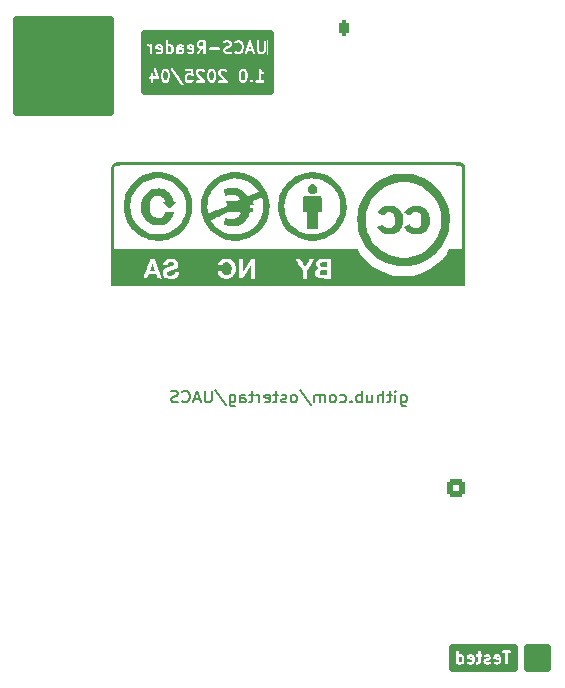
<source format=gbr>
%TF.GenerationSoftware,KiCad,Pcbnew,9.0.1*%
%TF.CreationDate,2025-05-06T23:24:01+02:00*%
%TF.ProjectId,reader,72656164-6572-42e6-9b69-6361645f7063,1.0*%
%TF.SameCoordinates,Original*%
%TF.FileFunction,Legend,Bot*%
%TF.FilePolarity,Positive*%
%FSLAX46Y46*%
G04 Gerber Fmt 4.6, Leading zero omitted, Abs format (unit mm)*
G04 Created by KiCad (PCBNEW 9.0.1) date 2025-05-06 23:24:01*
%MOMM*%
%LPD*%
G01*
G04 APERTURE LIST*
G04 Aperture macros list*
%AMRoundRect*
0 Rectangle with rounded corners*
0 $1 Rounding radius*
0 $2 $3 $4 $5 $6 $7 $8 $9 X,Y pos of 4 corners*
0 Add a 4 corners polygon primitive as box body*
4,1,4,$2,$3,$4,$5,$6,$7,$8,$9,$2,$3,0*
0 Add four circle primitives for the rounded corners*
1,1,$1+$1,$2,$3*
1,1,$1+$1,$4,$5*
1,1,$1+$1,$6,$7*
1,1,$1+$1,$8,$9*
0 Add four rect primitives between the rounded corners*
20,1,$1+$1,$2,$3,$4,$5,0*
20,1,$1+$1,$4,$5,$6,$7,0*
20,1,$1+$1,$6,$7,$8,$9,0*
20,1,$1+$1,$8,$9,$2,$3,0*%
G04 Aperture macros list end*
%ADD10C,0.100000*%
%ADD11C,0.500000*%
%ADD12C,0.200000*%
%ADD13C,0.000000*%
%ADD14RoundRect,0.200000X-0.200000X-0.450000X0.200000X-0.450000X0.200000X0.450000X-0.200000X0.450000X0*%
%ADD15O,0.800000X1.300000*%
%ADD16C,0.650000*%
%ADD17O,2.100000X1.000000*%
%ADD18O,1.800000X1.000000*%
%ADD19C,1.300000*%
%ADD20C,0.900000*%
%ADD21C,2.000000*%
%ADD22C,1.000000*%
%ADD23R,1.000000X1.000000*%
%ADD24R,1.700000X1.700000*%
%ADD25C,1.700000*%
%ADD26C,3.250000*%
%ADD27RoundRect,0.250000X-0.510000X-0.510000X0.510000X-0.510000X0.510000X0.510000X-0.510000X0.510000X0*%
%ADD28C,1.520000*%
G04 APERTURE END LIST*
D10*
X145150000Y-33350000D02*
X145650000Y-33350000D01*
X145650000Y-35660000D01*
X145150000Y-35660000D01*
X145150000Y-33350000D01*
G36*
X145150000Y-33350000D02*
G01*
X145650000Y-33350000D01*
X145650000Y-35660000D01*
X145150000Y-35660000D01*
X145150000Y-33350000D01*
G37*
X155760000Y-30720000D02*
X156020000Y-30720000D01*
X156020000Y-35570000D01*
X155760000Y-35570000D01*
X155760000Y-30720000D01*
G36*
X155760000Y-30720000D02*
G01*
X156020000Y-30720000D01*
X156020000Y-35570000D01*
X155760000Y-35570000D01*
X155760000Y-30720000D01*
G37*
X145250000Y-30720000D02*
X156020000Y-30720000D01*
X156020000Y-31200000D01*
X145250000Y-31200000D01*
X145250000Y-30720000D01*
G36*
X145250000Y-30720000D02*
G01*
X156020000Y-30720000D01*
X156020000Y-31200000D01*
X145250000Y-31200000D01*
X145250000Y-30720000D01*
G37*
X155610000Y-33350000D02*
X156110000Y-33350000D01*
X156110000Y-35660000D01*
X155610000Y-35660000D01*
X155610000Y-33350000D01*
G36*
X155610000Y-33350000D02*
G01*
X156110000Y-33350000D01*
X156110000Y-35660000D01*
X155610000Y-35660000D01*
X155610000Y-33350000D01*
G37*
D11*
X177697500Y-82675000D02*
X179547500Y-82675000D01*
X179547500Y-84525000D01*
X177697500Y-84525000D01*
X177697500Y-82675000D01*
G36*
X177697500Y-82675000D02*
G01*
X179547500Y-82675000D01*
X179547500Y-84525000D01*
X177697500Y-84525000D01*
X177697500Y-82675000D01*
G37*
D10*
X145270000Y-35230000D02*
X156040000Y-35230000D01*
X156040000Y-35710000D01*
X145270000Y-35710000D01*
X145270000Y-35230000D01*
G36*
X145270000Y-35230000D02*
G01*
X156040000Y-35230000D01*
X156040000Y-35710000D01*
X145270000Y-35710000D01*
X145270000Y-35230000D01*
G37*
D11*
X145270000Y-30720000D02*
X156020000Y-30720000D01*
X156020000Y-35720000D01*
X145270000Y-35720000D01*
X145270000Y-30720000D01*
X134500000Y-29500000D02*
X142500000Y-29500000D01*
X142500000Y-37500000D01*
X134500000Y-37500000D01*
X134500000Y-29500000D01*
G36*
X134500000Y-29500000D02*
G01*
X142500000Y-29500000D01*
X142500000Y-37500000D01*
X134500000Y-37500000D01*
X134500000Y-29500000D01*
G37*
D10*
X145270000Y-32600000D02*
X156070000Y-32600000D01*
X156070000Y-33570000D01*
X145270000Y-33570000D01*
X145270000Y-32600000D01*
G36*
X145270000Y-32600000D02*
G01*
X156070000Y-32600000D01*
X156070000Y-33570000D01*
X145270000Y-33570000D01*
X145270000Y-32600000D01*
G37*
D11*
X171400000Y-82675000D02*
X176700000Y-82675000D01*
X176700000Y-84525000D01*
X171400000Y-84525000D01*
X171400000Y-82675000D01*
D12*
G36*
X147204811Y-33952024D02*
G01*
X147229480Y-33976692D01*
X147264933Y-34047599D01*
X147306904Y-34215480D01*
X147306904Y-34428956D01*
X147264933Y-34596837D01*
X147229480Y-34667743D01*
X147204811Y-34692413D01*
X147145202Y-34722219D01*
X147097178Y-34722219D01*
X147037568Y-34692414D01*
X147012901Y-34667746D01*
X146977446Y-34596837D01*
X146935476Y-34428956D01*
X146935476Y-34215481D01*
X146977446Y-34047599D01*
X147012900Y-33976692D01*
X147037568Y-33952023D01*
X147097178Y-33922219D01*
X147145202Y-33922219D01*
X147204811Y-33952024D01*
G37*
G36*
X151109573Y-33952024D02*
G01*
X151134242Y-33976692D01*
X151169695Y-34047599D01*
X151211666Y-34215480D01*
X151211666Y-34428956D01*
X151169695Y-34596837D01*
X151134242Y-34667743D01*
X151109573Y-34692413D01*
X151049964Y-34722219D01*
X151001940Y-34722219D01*
X150942330Y-34692414D01*
X150917663Y-34667746D01*
X150882208Y-34596837D01*
X150840238Y-34428956D01*
X150840238Y-34215481D01*
X150882208Y-34047599D01*
X150917662Y-33976692D01*
X150942330Y-33952023D01*
X151001940Y-33922219D01*
X151049964Y-33922219D01*
X151109573Y-33952024D01*
G37*
G36*
X153776240Y-33952024D02*
G01*
X153800909Y-33976692D01*
X153836362Y-34047599D01*
X153878333Y-34215480D01*
X153878333Y-34428956D01*
X153836362Y-34596837D01*
X153800909Y-34667743D01*
X153776240Y-34692413D01*
X153716631Y-34722219D01*
X153668607Y-34722219D01*
X153608997Y-34692414D01*
X153584330Y-34667746D01*
X153548875Y-34596837D01*
X153506905Y-34428956D01*
X153506905Y-34215481D01*
X153548875Y-34047599D01*
X153584329Y-33976692D01*
X153608997Y-33952023D01*
X153668607Y-33922219D01*
X153716631Y-33922219D01*
X153776240Y-33952024D01*
G37*
G36*
X155617229Y-35271425D02*
G01*
X145626286Y-35271425D01*
X145626286Y-34469376D01*
X145737397Y-34469376D01*
X145737397Y-34508394D01*
X145752329Y-34544442D01*
X145779919Y-34572032D01*
X145815967Y-34586964D01*
X145835476Y-34588885D01*
X145878333Y-34588885D01*
X145878333Y-34822219D01*
X145880254Y-34841728D01*
X145895186Y-34877776D01*
X145922776Y-34905366D01*
X145958824Y-34920298D01*
X145997842Y-34920298D01*
X146033890Y-34905366D01*
X146061480Y-34877776D01*
X146076412Y-34841728D01*
X146078333Y-34822219D01*
X146078333Y-34588885D01*
X146454523Y-34588885D01*
X146464396Y-34587912D01*
X146467030Y-34588100D01*
X146468931Y-34587466D01*
X146474032Y-34586964D01*
X146488844Y-34580828D01*
X146504046Y-34575761D01*
X146506759Y-34573407D01*
X146510080Y-34572032D01*
X146521418Y-34560693D01*
X146533522Y-34550196D01*
X146535128Y-34546983D01*
X146537670Y-34544442D01*
X146543806Y-34529627D01*
X146550972Y-34515297D01*
X146551226Y-34511714D01*
X146552602Y-34508394D01*
X146552602Y-34492361D01*
X146553738Y-34476377D01*
X146552602Y-34471381D01*
X146552602Y-34469376D01*
X146551590Y-34466934D01*
X146549391Y-34457262D01*
X146464694Y-34203171D01*
X146735476Y-34203171D01*
X146735476Y-34441266D01*
X146735811Y-34444668D01*
X146735594Y-34446127D01*
X146736673Y-34453424D01*
X146737397Y-34460775D01*
X146737961Y-34462138D01*
X146738462Y-34465520D01*
X146786081Y-34655995D01*
X146786594Y-34657432D01*
X146786646Y-34658155D01*
X146789754Y-34666279D01*
X146792676Y-34674456D01*
X146793106Y-34675036D01*
X146793652Y-34676463D01*
X146841271Y-34771701D01*
X146846554Y-34780093D01*
X146847566Y-34782537D01*
X146849822Y-34785286D01*
X146851714Y-34788291D01*
X146853708Y-34790020D01*
X146860003Y-34797690D01*
X146907621Y-34845310D01*
X146915289Y-34851603D01*
X146917021Y-34853600D01*
X146920029Y-34855493D01*
X146922775Y-34857747D01*
X146925215Y-34858757D01*
X146933612Y-34864043D01*
X147028849Y-34911662D01*
X147047158Y-34918668D01*
X147050741Y-34918922D01*
X147054062Y-34920298D01*
X147073571Y-34922219D01*
X147168809Y-34922219D01*
X147188318Y-34920298D01*
X147191638Y-34918922D01*
X147195222Y-34918668D01*
X147213530Y-34911662D01*
X147308768Y-34864043D01*
X147317163Y-34858758D01*
X147319605Y-34857747D01*
X147322352Y-34855491D01*
X147325358Y-34853600D01*
X147327088Y-34851605D01*
X147334758Y-34845310D01*
X147382377Y-34797690D01*
X147388669Y-34790023D01*
X147390666Y-34788292D01*
X147392559Y-34785284D01*
X147394814Y-34782537D01*
X147395825Y-34780095D01*
X147401109Y-34771701D01*
X147448728Y-34676464D01*
X147449274Y-34675035D01*
X147449704Y-34674456D01*
X147452625Y-34666279D01*
X147455734Y-34658155D01*
X147455785Y-34657434D01*
X147456299Y-34655996D01*
X147503918Y-34465520D01*
X147504418Y-34462138D01*
X147504983Y-34460775D01*
X147505706Y-34453424D01*
X147506786Y-34446127D01*
X147506568Y-34444668D01*
X147506904Y-34441266D01*
X147506904Y-34203171D01*
X147506568Y-34199768D01*
X147506786Y-34198310D01*
X147505706Y-34191012D01*
X147504983Y-34183662D01*
X147504418Y-34182298D01*
X147503918Y-34178917D01*
X147456299Y-33988441D01*
X147455785Y-33987002D01*
X147455734Y-33986282D01*
X147452625Y-33978157D01*
X147449704Y-33969981D01*
X147449274Y-33969401D01*
X147448728Y-33967973D01*
X147401109Y-33872736D01*
X147395823Y-33864339D01*
X147394813Y-33861899D01*
X147392559Y-33859153D01*
X147390666Y-33856145D01*
X147388668Y-33854412D01*
X147382376Y-33846746D01*
X147334758Y-33799127D01*
X147327087Y-33792832D01*
X147325358Y-33790838D01*
X147322350Y-33788944D01*
X147319604Y-33786691D01*
X147317164Y-33785680D01*
X147308768Y-33780395D01*
X147296968Y-33774495D01*
X147592619Y-33774495D01*
X147600191Y-33812772D01*
X147609414Y-33830070D01*
X148466556Y-35115784D01*
X148478976Y-35130951D01*
X148511396Y-35152662D01*
X148549657Y-35160314D01*
X148587933Y-35152743D01*
X148620398Y-35131099D01*
X148642109Y-35098679D01*
X148649761Y-35060419D01*
X148642190Y-35022142D01*
X148632966Y-35004844D01*
X148225502Y-34393647D01*
X148735476Y-34393647D01*
X148735476Y-34631742D01*
X148737397Y-34651251D01*
X148738772Y-34654571D01*
X148739027Y-34658155D01*
X148746033Y-34676463D01*
X148793652Y-34771701D01*
X148798935Y-34780093D01*
X148799947Y-34782537D01*
X148802203Y-34785286D01*
X148804095Y-34788291D01*
X148806089Y-34790020D01*
X148812384Y-34797690D01*
X148860002Y-34845310D01*
X148867670Y-34851603D01*
X148869402Y-34853600D01*
X148872410Y-34855493D01*
X148875156Y-34857747D01*
X148877596Y-34858757D01*
X148885993Y-34864043D01*
X148981230Y-34911662D01*
X148999539Y-34918668D01*
X149003122Y-34918922D01*
X149006443Y-34920298D01*
X149025952Y-34922219D01*
X149264047Y-34922219D01*
X149283556Y-34920298D01*
X149286876Y-34918922D01*
X149290460Y-34918668D01*
X149308768Y-34911662D01*
X149404006Y-34864043D01*
X149412401Y-34858758D01*
X149414843Y-34857747D01*
X149417590Y-34855491D01*
X149420596Y-34853600D01*
X149422326Y-34851605D01*
X149429996Y-34845310D01*
X149477615Y-34797690D01*
X149490052Y-34782537D01*
X149504983Y-34746488D01*
X149504982Y-34707470D01*
X149490051Y-34671422D01*
X149462460Y-34643832D01*
X149426412Y-34628901D01*
X149387394Y-34628902D01*
X149351346Y-34643833D01*
X149336192Y-34656270D01*
X149300049Y-34692413D01*
X149240440Y-34722219D01*
X149049559Y-34722219D01*
X148989949Y-34692414D01*
X148965282Y-34667746D01*
X148935476Y-34608134D01*
X148935476Y-34417254D01*
X148965281Y-34357644D01*
X148989949Y-34332975D01*
X149049559Y-34303171D01*
X149240440Y-34303171D01*
X149300049Y-34332976D01*
X149336193Y-34369119D01*
X149351346Y-34381556D01*
X149356000Y-34383483D01*
X149359896Y-34386671D01*
X149373889Y-34390893D01*
X149387395Y-34396487D01*
X149392429Y-34396487D01*
X149397251Y-34397942D01*
X149411802Y-34396487D01*
X149426413Y-34396487D01*
X149431062Y-34394561D01*
X149436075Y-34394060D01*
X149448958Y-34387148D01*
X149462461Y-34381556D01*
X149466021Y-34377995D01*
X149470459Y-34375615D01*
X149479714Y-34364302D01*
X149490051Y-34353966D01*
X149491978Y-34349313D01*
X149495166Y-34345417D01*
X149499388Y-34331422D01*
X149504982Y-34317918D01*
X149504982Y-34312884D01*
X149506437Y-34308062D01*
X149506408Y-34288459D01*
X149478832Y-34012695D01*
X149687857Y-34012695D01*
X149687857Y-34107933D01*
X149688829Y-34117806D01*
X149688642Y-34120440D01*
X149689429Y-34123903D01*
X149689778Y-34127442D01*
X149690789Y-34129884D01*
X149692989Y-34139556D01*
X149740608Y-34282412D01*
X149748599Y-34300313D01*
X149750954Y-34303028D01*
X149752329Y-34306347D01*
X149764765Y-34321501D01*
X150165482Y-34722219D01*
X149787857Y-34722219D01*
X149768348Y-34724140D01*
X149732300Y-34739072D01*
X149704710Y-34766662D01*
X149689778Y-34802710D01*
X149689778Y-34841728D01*
X149704710Y-34877776D01*
X149732300Y-34905366D01*
X149768348Y-34920298D01*
X149787857Y-34922219D01*
X150406904Y-34922219D01*
X150426413Y-34920298D01*
X150462461Y-34905366D01*
X150490051Y-34877776D01*
X150504983Y-34841728D01*
X150504983Y-34802710D01*
X150490051Y-34766662D01*
X150490050Y-34766661D01*
X150477615Y-34751508D01*
X149929279Y-34203171D01*
X150640238Y-34203171D01*
X150640238Y-34441266D01*
X150640573Y-34444668D01*
X150640356Y-34446127D01*
X150641435Y-34453424D01*
X150642159Y-34460775D01*
X150642723Y-34462138D01*
X150643224Y-34465520D01*
X150690843Y-34655995D01*
X150691356Y-34657432D01*
X150691408Y-34658155D01*
X150694516Y-34666279D01*
X150697438Y-34674456D01*
X150697868Y-34675036D01*
X150698414Y-34676463D01*
X150746033Y-34771701D01*
X150751316Y-34780093D01*
X150752328Y-34782537D01*
X150754584Y-34785286D01*
X150756476Y-34788291D01*
X150758470Y-34790020D01*
X150764765Y-34797690D01*
X150812383Y-34845310D01*
X150820051Y-34851603D01*
X150821783Y-34853600D01*
X150824791Y-34855493D01*
X150827537Y-34857747D01*
X150829977Y-34858757D01*
X150838374Y-34864043D01*
X150933611Y-34911662D01*
X150951920Y-34918668D01*
X150955503Y-34918922D01*
X150958824Y-34920298D01*
X150978333Y-34922219D01*
X151073571Y-34922219D01*
X151093080Y-34920298D01*
X151096400Y-34918922D01*
X151099984Y-34918668D01*
X151118292Y-34911662D01*
X151213530Y-34864043D01*
X151221925Y-34858758D01*
X151224367Y-34857747D01*
X151227114Y-34855491D01*
X151230120Y-34853600D01*
X151231850Y-34851605D01*
X151239520Y-34845310D01*
X151287139Y-34797690D01*
X151293431Y-34790023D01*
X151295428Y-34788292D01*
X151297321Y-34785284D01*
X151299576Y-34782537D01*
X151300587Y-34780095D01*
X151305871Y-34771701D01*
X151353490Y-34676464D01*
X151354036Y-34675035D01*
X151354466Y-34674456D01*
X151357387Y-34666279D01*
X151360496Y-34658155D01*
X151360547Y-34657434D01*
X151361061Y-34655996D01*
X151408680Y-34465520D01*
X151409180Y-34462138D01*
X151409745Y-34460775D01*
X151410468Y-34453424D01*
X151411548Y-34446127D01*
X151411330Y-34444668D01*
X151411666Y-34441266D01*
X151411666Y-34203171D01*
X151411330Y-34199768D01*
X151411548Y-34198310D01*
X151410468Y-34191012D01*
X151409745Y-34183662D01*
X151409180Y-34182298D01*
X151408680Y-34178917D01*
X151367124Y-34012695D01*
X151592619Y-34012695D01*
X151592619Y-34107933D01*
X151593591Y-34117806D01*
X151593404Y-34120440D01*
X151594191Y-34123903D01*
X151594540Y-34127442D01*
X151595551Y-34129884D01*
X151597751Y-34139556D01*
X151645370Y-34282412D01*
X151653361Y-34300313D01*
X151655716Y-34303028D01*
X151657091Y-34306347D01*
X151669527Y-34321501D01*
X152070244Y-34722219D01*
X151692619Y-34722219D01*
X151673110Y-34724140D01*
X151637062Y-34739072D01*
X151609472Y-34766662D01*
X151594540Y-34802710D01*
X151594540Y-34841728D01*
X151609472Y-34877776D01*
X151637062Y-34905366D01*
X151673110Y-34920298D01*
X151692619Y-34922219D01*
X152311666Y-34922219D01*
X152331175Y-34920298D01*
X152367223Y-34905366D01*
X152394813Y-34877776D01*
X152409745Y-34841728D01*
X152409745Y-34802710D01*
X152394813Y-34766662D01*
X152394812Y-34766661D01*
X152382377Y-34751508D01*
X151834041Y-34203171D01*
X153306905Y-34203171D01*
X153306905Y-34441266D01*
X153307240Y-34444668D01*
X153307023Y-34446127D01*
X153308102Y-34453424D01*
X153308826Y-34460775D01*
X153309390Y-34462138D01*
X153309891Y-34465520D01*
X153357510Y-34655995D01*
X153358023Y-34657432D01*
X153358075Y-34658155D01*
X153361183Y-34666279D01*
X153364105Y-34674456D01*
X153364535Y-34675036D01*
X153365081Y-34676463D01*
X153412700Y-34771701D01*
X153417983Y-34780093D01*
X153418995Y-34782537D01*
X153421251Y-34785286D01*
X153423143Y-34788291D01*
X153425137Y-34790020D01*
X153431432Y-34797690D01*
X153479050Y-34845310D01*
X153486718Y-34851603D01*
X153488450Y-34853600D01*
X153491458Y-34855493D01*
X153494204Y-34857747D01*
X153496644Y-34858757D01*
X153505041Y-34864043D01*
X153600278Y-34911662D01*
X153618587Y-34918668D01*
X153622170Y-34918922D01*
X153625491Y-34920298D01*
X153645000Y-34922219D01*
X153740238Y-34922219D01*
X153759747Y-34920298D01*
X153763067Y-34918922D01*
X153766651Y-34918668D01*
X153784959Y-34911662D01*
X153880197Y-34864043D01*
X153888592Y-34858758D01*
X153891034Y-34857747D01*
X153893781Y-34855491D01*
X153896787Y-34853600D01*
X153898517Y-34851605D01*
X153906187Y-34845310D01*
X153953806Y-34797690D01*
X153960098Y-34790023D01*
X153962095Y-34788292D01*
X153963988Y-34785284D01*
X153966243Y-34782537D01*
X153967254Y-34780095D01*
X153972538Y-34771701D01*
X153980843Y-34755091D01*
X154261206Y-34755091D01*
X154261206Y-34794109D01*
X154267669Y-34809712D01*
X154276138Y-34830158D01*
X154276142Y-34830162D01*
X154288574Y-34845311D01*
X154336193Y-34892929D01*
X154351346Y-34905366D01*
X154360349Y-34909095D01*
X154387395Y-34920298D01*
X154426413Y-34920298D01*
X154462461Y-34905366D01*
X154477615Y-34892930D01*
X154525233Y-34845311D01*
X154537670Y-34830158D01*
X154544422Y-34813856D01*
X154549039Y-34802710D01*
X154737397Y-34802710D01*
X154737397Y-34841728D01*
X154752329Y-34877776D01*
X154779919Y-34905366D01*
X154815967Y-34920298D01*
X154835476Y-34922219D01*
X155406904Y-34922219D01*
X155426413Y-34920298D01*
X155462461Y-34905366D01*
X155490051Y-34877776D01*
X155504983Y-34841728D01*
X155504983Y-34802710D01*
X155490051Y-34766662D01*
X155462461Y-34739072D01*
X155426413Y-34724140D01*
X155406904Y-34722219D01*
X155221190Y-34722219D01*
X155221190Y-34111260D01*
X155240955Y-34131025D01*
X155248621Y-34137316D01*
X155250354Y-34139314D01*
X155253365Y-34141209D01*
X155256109Y-34143461D01*
X155258546Y-34144470D01*
X155266945Y-34149757D01*
X155362182Y-34197376D01*
X155380491Y-34204382D01*
X155419411Y-34207148D01*
X155456427Y-34194809D01*
X155485904Y-34169244D01*
X155503353Y-34134346D01*
X155506118Y-34095426D01*
X155493780Y-34058410D01*
X155468215Y-34028933D01*
X155451625Y-34018490D01*
X155370903Y-33978129D01*
X155294139Y-33901365D01*
X155204395Y-33766749D01*
X155204350Y-33766694D01*
X155204337Y-33766662D01*
X155204263Y-33766588D01*
X155191975Y-33751582D01*
X155183746Y-33746071D01*
X155176747Y-33739072D01*
X155167695Y-33735322D01*
X155159555Y-33729871D01*
X155149847Y-33727929D01*
X155140699Y-33724140D01*
X155130900Y-33724140D01*
X155121295Y-33722219D01*
X155111584Y-33724140D01*
X155101681Y-33724140D01*
X155092628Y-33727889D01*
X155083018Y-33729791D01*
X155074779Y-33735283D01*
X155065633Y-33739072D01*
X155058706Y-33745998D01*
X155050553Y-33751434D01*
X155045042Y-33759662D01*
X155038043Y-33766662D01*
X155034293Y-33775713D01*
X155028842Y-33783854D01*
X155026900Y-33793561D01*
X155023111Y-33802710D01*
X155021210Y-33822012D01*
X155021190Y-33822114D01*
X155021196Y-33822148D01*
X155021190Y-33822219D01*
X155021190Y-34722219D01*
X154835476Y-34722219D01*
X154815967Y-34724140D01*
X154779919Y-34739072D01*
X154752329Y-34766662D01*
X154737397Y-34802710D01*
X154549039Y-34802710D01*
X154552601Y-34794110D01*
X154552602Y-34755092D01*
X154537671Y-34719043D01*
X154525234Y-34703890D01*
X154477615Y-34656270D01*
X154462462Y-34643833D01*
X154447530Y-34637648D01*
X154426413Y-34628901D01*
X154387395Y-34628901D01*
X154376837Y-34633274D01*
X154351347Y-34643832D01*
X154351346Y-34643833D01*
X154336192Y-34656270D01*
X154288574Y-34703890D01*
X154276137Y-34719043D01*
X154266124Y-34743219D01*
X154261206Y-34755091D01*
X153980843Y-34755091D01*
X154020157Y-34676464D01*
X154020703Y-34675035D01*
X154021133Y-34674456D01*
X154024054Y-34666279D01*
X154027163Y-34658155D01*
X154027214Y-34657434D01*
X154027728Y-34655996D01*
X154075347Y-34465520D01*
X154075847Y-34462138D01*
X154076412Y-34460775D01*
X154077135Y-34453424D01*
X154078215Y-34446127D01*
X154077997Y-34444668D01*
X154078333Y-34441266D01*
X154078333Y-34203171D01*
X154077997Y-34199768D01*
X154078215Y-34198310D01*
X154077135Y-34191012D01*
X154076412Y-34183662D01*
X154075847Y-34182298D01*
X154075347Y-34178917D01*
X154027728Y-33988441D01*
X154027214Y-33987002D01*
X154027163Y-33986282D01*
X154024054Y-33978157D01*
X154021133Y-33969981D01*
X154020703Y-33969401D01*
X154020157Y-33967973D01*
X153972538Y-33872736D01*
X153967252Y-33864339D01*
X153966242Y-33861899D01*
X153963988Y-33859153D01*
X153962095Y-33856145D01*
X153960097Y-33854412D01*
X153953805Y-33846746D01*
X153906187Y-33799127D01*
X153898516Y-33792832D01*
X153896787Y-33790838D01*
X153893779Y-33788944D01*
X153891033Y-33786691D01*
X153888593Y-33785680D01*
X153880197Y-33780395D01*
X153784959Y-33732776D01*
X153766651Y-33725770D01*
X153763067Y-33725515D01*
X153759747Y-33724140D01*
X153740238Y-33722219D01*
X153645000Y-33722219D01*
X153625491Y-33724140D01*
X153622170Y-33725515D01*
X153618587Y-33725770D01*
X153600278Y-33732776D01*
X153505041Y-33780395D01*
X153496644Y-33785680D01*
X153494204Y-33786691D01*
X153491458Y-33788944D01*
X153488450Y-33790838D01*
X153486717Y-33792835D01*
X153479051Y-33799128D01*
X153431432Y-33846746D01*
X153425137Y-33854416D01*
X153423143Y-33856146D01*
X153421249Y-33859153D01*
X153418996Y-33861900D01*
X153417985Y-33864339D01*
X153412700Y-33872736D01*
X153365081Y-33967974D01*
X153364535Y-33969400D01*
X153364105Y-33969981D01*
X153361183Y-33978157D01*
X153358075Y-33986282D01*
X153358023Y-33987004D01*
X153357510Y-33988442D01*
X153309891Y-34178917D01*
X153309390Y-34182298D01*
X153308826Y-34183662D01*
X153308102Y-34191012D01*
X153307023Y-34198310D01*
X153307240Y-34199768D01*
X153306905Y-34203171D01*
X151834041Y-34203171D01*
X151827640Y-34196770D01*
X151792619Y-34091706D01*
X151792619Y-34036302D01*
X151822424Y-33976692D01*
X151847092Y-33952023D01*
X151906702Y-33922219D01*
X152097583Y-33922219D01*
X152157192Y-33952024D01*
X152193336Y-33988167D01*
X152208489Y-34000604D01*
X152244538Y-34015535D01*
X152283556Y-34015535D01*
X152319604Y-34000604D01*
X152347194Y-33973014D01*
X152362125Y-33936966D01*
X152362125Y-33897948D01*
X152347194Y-33861899D01*
X152334757Y-33846746D01*
X152287139Y-33799127D01*
X152279468Y-33792832D01*
X152277739Y-33790838D01*
X152274731Y-33788944D01*
X152271985Y-33786691D01*
X152269545Y-33785680D01*
X152261149Y-33780395D01*
X152165911Y-33732776D01*
X152147603Y-33725770D01*
X152144019Y-33725515D01*
X152140699Y-33724140D01*
X152121190Y-33722219D01*
X151883095Y-33722219D01*
X151863586Y-33724140D01*
X151860265Y-33725515D01*
X151856682Y-33725770D01*
X151838373Y-33732776D01*
X151743136Y-33780395D01*
X151734739Y-33785680D01*
X151732299Y-33786691D01*
X151729553Y-33788944D01*
X151726545Y-33790838D01*
X151724812Y-33792835D01*
X151717146Y-33799128D01*
X151669527Y-33846746D01*
X151663232Y-33854416D01*
X151661238Y-33856146D01*
X151659344Y-33859153D01*
X151657091Y-33861900D01*
X151656080Y-33864339D01*
X151650795Y-33872736D01*
X151603176Y-33967974D01*
X151596170Y-33986282D01*
X151595915Y-33989865D01*
X151594540Y-33993186D01*
X151592619Y-34012695D01*
X151367124Y-34012695D01*
X151361061Y-33988441D01*
X151360547Y-33987002D01*
X151360496Y-33986282D01*
X151357387Y-33978157D01*
X151354466Y-33969981D01*
X151354036Y-33969401D01*
X151353490Y-33967973D01*
X151305871Y-33872736D01*
X151300585Y-33864339D01*
X151299575Y-33861899D01*
X151297321Y-33859153D01*
X151295428Y-33856145D01*
X151293430Y-33854412D01*
X151287138Y-33846746D01*
X151239520Y-33799127D01*
X151231849Y-33792832D01*
X151230120Y-33790838D01*
X151227112Y-33788944D01*
X151224366Y-33786691D01*
X151221926Y-33785680D01*
X151213530Y-33780395D01*
X151118292Y-33732776D01*
X151099984Y-33725770D01*
X151096400Y-33725515D01*
X151093080Y-33724140D01*
X151073571Y-33722219D01*
X150978333Y-33722219D01*
X150958824Y-33724140D01*
X150955503Y-33725515D01*
X150951920Y-33725770D01*
X150933611Y-33732776D01*
X150838374Y-33780395D01*
X150829977Y-33785680D01*
X150827537Y-33786691D01*
X150824791Y-33788944D01*
X150821783Y-33790838D01*
X150820050Y-33792835D01*
X150812384Y-33799128D01*
X150764765Y-33846746D01*
X150758470Y-33854416D01*
X150756476Y-33856146D01*
X150754582Y-33859153D01*
X150752329Y-33861900D01*
X150751318Y-33864339D01*
X150746033Y-33872736D01*
X150698414Y-33967974D01*
X150697868Y-33969400D01*
X150697438Y-33969981D01*
X150694516Y-33978157D01*
X150691408Y-33986282D01*
X150691356Y-33987004D01*
X150690843Y-33988442D01*
X150643224Y-34178917D01*
X150642723Y-34182298D01*
X150642159Y-34183662D01*
X150641435Y-34191012D01*
X150640356Y-34198310D01*
X150640573Y-34199768D01*
X150640238Y-34203171D01*
X149929279Y-34203171D01*
X149922878Y-34196770D01*
X149887857Y-34091706D01*
X149887857Y-34036302D01*
X149917662Y-33976692D01*
X149942330Y-33952023D01*
X150001940Y-33922219D01*
X150192821Y-33922219D01*
X150252430Y-33952024D01*
X150288574Y-33988167D01*
X150303727Y-34000604D01*
X150339776Y-34015535D01*
X150378794Y-34015535D01*
X150414842Y-34000604D01*
X150442432Y-33973014D01*
X150457363Y-33936966D01*
X150457363Y-33897948D01*
X150442432Y-33861899D01*
X150429995Y-33846746D01*
X150382377Y-33799127D01*
X150374706Y-33792832D01*
X150372977Y-33790838D01*
X150369969Y-33788944D01*
X150367223Y-33786691D01*
X150364783Y-33785680D01*
X150356387Y-33780395D01*
X150261149Y-33732776D01*
X150242841Y-33725770D01*
X150239257Y-33725515D01*
X150235937Y-33724140D01*
X150216428Y-33722219D01*
X149978333Y-33722219D01*
X149958824Y-33724140D01*
X149955503Y-33725515D01*
X149951920Y-33725770D01*
X149933611Y-33732776D01*
X149838374Y-33780395D01*
X149829977Y-33785680D01*
X149827537Y-33786691D01*
X149824791Y-33788944D01*
X149821783Y-33790838D01*
X149820050Y-33792835D01*
X149812384Y-33799128D01*
X149764765Y-33846746D01*
X149758470Y-33854416D01*
X149756476Y-33856146D01*
X149754582Y-33859153D01*
X149752329Y-33861900D01*
X149751318Y-33864339D01*
X149746033Y-33872736D01*
X149698414Y-33967974D01*
X149691408Y-33986282D01*
X149691153Y-33989865D01*
X149689778Y-33993186D01*
X149687857Y-34012695D01*
X149478832Y-34012695D01*
X149458789Y-33812269D01*
X149457364Y-33805160D01*
X149457364Y-33802710D01*
X149456412Y-33800412D01*
X149454936Y-33793048D01*
X149448026Y-33780167D01*
X149442432Y-33766662D01*
X149438871Y-33763101D01*
X149436491Y-33758664D01*
X149425178Y-33749408D01*
X149414842Y-33739072D01*
X149410189Y-33737144D01*
X149406293Y-33733957D01*
X149392303Y-33729736D01*
X149378794Y-33724140D01*
X149371316Y-33723403D01*
X149368938Y-33722686D01*
X149366501Y-33722929D01*
X149359285Y-33722219D01*
X148883095Y-33722219D01*
X148863586Y-33724140D01*
X148827538Y-33739072D01*
X148799948Y-33766662D01*
X148785016Y-33802710D01*
X148785016Y-33841728D01*
X148799948Y-33877776D01*
X148827538Y-33905366D01*
X148863586Y-33920298D01*
X148883095Y-33922219D01*
X149268786Y-33922219D01*
X149287213Y-34106491D01*
X149286876Y-34106467D01*
X149283556Y-34105092D01*
X149264047Y-34103171D01*
X149025952Y-34103171D01*
X149006443Y-34105092D01*
X149003122Y-34106467D01*
X148999539Y-34106722D01*
X148981230Y-34113728D01*
X148885993Y-34161347D01*
X148877596Y-34166632D01*
X148875156Y-34167643D01*
X148872410Y-34169896D01*
X148869402Y-34171790D01*
X148867669Y-34173787D01*
X148860003Y-34180080D01*
X148812384Y-34227698D01*
X148806089Y-34235368D01*
X148804095Y-34237098D01*
X148802201Y-34240105D01*
X148799948Y-34242852D01*
X148798937Y-34245291D01*
X148793652Y-34253688D01*
X148746033Y-34348926D01*
X148739027Y-34367234D01*
X148738772Y-34370817D01*
X148737397Y-34374138D01*
X148735476Y-34393647D01*
X148225502Y-34393647D01*
X147775824Y-33719130D01*
X147763404Y-33703963D01*
X147730984Y-33682252D01*
X147692724Y-33674600D01*
X147654447Y-33682172D01*
X147621982Y-33703815D01*
X147600271Y-33736235D01*
X147592619Y-33774495D01*
X147296968Y-33774495D01*
X147213530Y-33732776D01*
X147195222Y-33725770D01*
X147191638Y-33725515D01*
X147188318Y-33724140D01*
X147168809Y-33722219D01*
X147073571Y-33722219D01*
X147054062Y-33724140D01*
X147050741Y-33725515D01*
X147047158Y-33725770D01*
X147028849Y-33732776D01*
X146933612Y-33780395D01*
X146925215Y-33785680D01*
X146922775Y-33786691D01*
X146920029Y-33788944D01*
X146917021Y-33790838D01*
X146915288Y-33792835D01*
X146907622Y-33799128D01*
X146860003Y-33846746D01*
X146853708Y-33854416D01*
X146851714Y-33856146D01*
X146849820Y-33859153D01*
X146847567Y-33861900D01*
X146846556Y-33864339D01*
X146841271Y-33872736D01*
X146793652Y-33967974D01*
X146793106Y-33969400D01*
X146792676Y-33969981D01*
X146789754Y-33978157D01*
X146786646Y-33986282D01*
X146786594Y-33987004D01*
X146786081Y-33988442D01*
X146738462Y-34178917D01*
X146737961Y-34182298D01*
X146737397Y-34183662D01*
X146736673Y-34191012D01*
X146735594Y-34198310D01*
X146735811Y-34199768D01*
X146735476Y-34203171D01*
X146464694Y-34203171D01*
X146311296Y-33742977D01*
X146303305Y-33725077D01*
X146277740Y-33695601D01*
X146242841Y-33678151D01*
X146203921Y-33675385D01*
X146166905Y-33687723D01*
X146137429Y-33713288D01*
X146119979Y-33748187D01*
X146117213Y-33787107D01*
X146121560Y-33806223D01*
X146315781Y-34388885D01*
X146078333Y-34388885D01*
X146078333Y-34155552D01*
X146076412Y-34136043D01*
X146061480Y-34099995D01*
X146033890Y-34072405D01*
X145997842Y-34057473D01*
X145958824Y-34057473D01*
X145922776Y-34072405D01*
X145895186Y-34099995D01*
X145880254Y-34136043D01*
X145878333Y-34155552D01*
X145878333Y-34388885D01*
X145835476Y-34388885D01*
X145815967Y-34390806D01*
X145779919Y-34405738D01*
X145752329Y-34433328D01*
X145737397Y-34469376D01*
X145626286Y-34469376D01*
X145626286Y-33563489D01*
X155617229Y-33563489D01*
X155617229Y-35271425D01*
G37*
G36*
X172178858Y-83540357D02*
G01*
X172203527Y-83565025D01*
X172233332Y-83624635D01*
X172233332Y-83863135D01*
X172203527Y-83922743D01*
X172178858Y-83947413D01*
X172119249Y-83977219D01*
X171975987Y-83977219D01*
X171957142Y-83967796D01*
X171957142Y-83519974D01*
X171975987Y-83510552D01*
X172119249Y-83510552D01*
X172178858Y-83540357D01*
G37*
G36*
X173068320Y-83532707D02*
G01*
X173090475Y-83577016D01*
X173090475Y-83621904D01*
X172818989Y-83567607D01*
X172836440Y-83532706D01*
X172880749Y-83510552D01*
X173024011Y-83510552D01*
X173068320Y-83532707D01*
G37*
G36*
X175306416Y-83532707D02*
G01*
X175328571Y-83577016D01*
X175328571Y-83621904D01*
X175057085Y-83567607D01*
X175074536Y-83532706D01*
X175118845Y-83510552D01*
X175262107Y-83510552D01*
X175306416Y-83532707D01*
G37*
G36*
X176494904Y-84288330D02*
G01*
X171646031Y-84288330D01*
X171646031Y-83077219D01*
X171757142Y-83077219D01*
X171757142Y-84077219D01*
X171759063Y-84096728D01*
X171773995Y-84132776D01*
X171801585Y-84160366D01*
X171837633Y-84175298D01*
X171876651Y-84175298D01*
X171903055Y-84164360D01*
X171907658Y-84166662D01*
X171925967Y-84173668D01*
X171929550Y-84173922D01*
X171932871Y-84175298D01*
X171952380Y-84177219D01*
X172142856Y-84177219D01*
X172162365Y-84175298D01*
X172165685Y-84173922D01*
X172169269Y-84173668D01*
X172187577Y-84166662D01*
X172282815Y-84119043D01*
X172291210Y-84113758D01*
X172293652Y-84112747D01*
X172296399Y-84110491D01*
X172299405Y-84108600D01*
X172301135Y-84106605D01*
X172308805Y-84100310D01*
X172356424Y-84052690D01*
X172362716Y-84045023D01*
X172364713Y-84043292D01*
X172366606Y-84040284D01*
X172368861Y-84037537D01*
X172369872Y-84035095D01*
X172375156Y-84026701D01*
X172422775Y-83931464D01*
X172429781Y-83913155D01*
X172430035Y-83909571D01*
X172431411Y-83906251D01*
X172433332Y-83886742D01*
X172433332Y-83601028D01*
X172431411Y-83581519D01*
X172430035Y-83578198D01*
X172429781Y-83574615D01*
X172422775Y-83556306D01*
X172421326Y-83553409D01*
X172614285Y-83553409D01*
X172614285Y-83648647D01*
X172616206Y-83668156D01*
X172619955Y-83677208D01*
X172621857Y-83686819D01*
X172627348Y-83695055D01*
X172631138Y-83704204D01*
X172638064Y-83711130D01*
X172643500Y-83719284D01*
X172651728Y-83724794D01*
X172658728Y-83731794D01*
X172667779Y-83735543D01*
X172675920Y-83740995D01*
X172694673Y-83746705D01*
X172694774Y-83746725D01*
X172694776Y-83746726D01*
X172694778Y-83746726D01*
X173090475Y-83825865D01*
X173090475Y-83910754D01*
X173068320Y-83955063D01*
X173024011Y-83977219D01*
X172880749Y-83977219D01*
X172806625Y-83940157D01*
X172788317Y-83933151D01*
X172749397Y-83930385D01*
X172712381Y-83942724D01*
X172682904Y-83968288D01*
X172665455Y-84003187D01*
X172662689Y-84042107D01*
X172675028Y-84079123D01*
X172700592Y-84108600D01*
X172717183Y-84119043D01*
X172812420Y-84166662D01*
X172830729Y-84173668D01*
X172834312Y-84173922D01*
X172837633Y-84175298D01*
X172857142Y-84177219D01*
X173047618Y-84177219D01*
X173067127Y-84175298D01*
X173070447Y-84173922D01*
X173074031Y-84173668D01*
X173092339Y-84166662D01*
X173187577Y-84119043D01*
X173190839Y-84116989D01*
X173192379Y-84116476D01*
X173194295Y-84114813D01*
X173204167Y-84108600D01*
X173212382Y-84099126D01*
X173221856Y-84090911D01*
X173228069Y-84081039D01*
X173229732Y-84079123D01*
X173230244Y-84077584D01*
X173232299Y-84074321D01*
X173279918Y-83979082D01*
X173286924Y-83960774D01*
X173287178Y-83957190D01*
X173288554Y-83953870D01*
X173290475Y-83934361D01*
X173290475Y-83553409D01*
X173288554Y-83533900D01*
X173287178Y-83530579D01*
X173286924Y-83526996D01*
X173279918Y-83508687D01*
X173232299Y-83413450D01*
X173230244Y-83410186D01*
X173229732Y-83408648D01*
X173228070Y-83406732D01*
X173221856Y-83396859D01*
X173215150Y-83391043D01*
X173378111Y-83391043D01*
X173378111Y-83430061D01*
X173393043Y-83466109D01*
X173420633Y-83493699D01*
X173456681Y-83508631D01*
X173476190Y-83510552D01*
X173614285Y-83510552D01*
X173614285Y-83910754D01*
X173592130Y-83955063D01*
X173547821Y-83977219D01*
X173476190Y-83977219D01*
X173456681Y-83979140D01*
X173420633Y-83994072D01*
X173393043Y-84021662D01*
X173378111Y-84057710D01*
X173378111Y-84096728D01*
X173393043Y-84132776D01*
X173420633Y-84160366D01*
X173456681Y-84175298D01*
X173476190Y-84177219D01*
X173571428Y-84177219D01*
X173590937Y-84175298D01*
X173594257Y-84173922D01*
X173597841Y-84173668D01*
X173616149Y-84166662D01*
X173711387Y-84119043D01*
X173714649Y-84116989D01*
X173716189Y-84116476D01*
X173718105Y-84114813D01*
X173727977Y-84108600D01*
X173736192Y-84099126D01*
X173745666Y-84090911D01*
X173751879Y-84081039D01*
X173753542Y-84079123D01*
X173754054Y-84077584D01*
X173756109Y-84074321D01*
X173803728Y-83979082D01*
X173810734Y-83960774D01*
X173810988Y-83957190D01*
X173812364Y-83953870D01*
X173814285Y-83934361D01*
X173814285Y-83886742D01*
X174042857Y-83886742D01*
X174042857Y-83934361D01*
X174044778Y-83953870D01*
X174046153Y-83957190D01*
X174046408Y-83960773D01*
X174053414Y-83979082D01*
X174101033Y-84074321D01*
X174103086Y-84077584D01*
X174103600Y-84079123D01*
X174105262Y-84081039D01*
X174111476Y-84090911D01*
X174120947Y-84099125D01*
X174129164Y-84108600D01*
X174139034Y-84114812D01*
X174140952Y-84116476D01*
X174142492Y-84116989D01*
X174145755Y-84119043D01*
X174240992Y-84166662D01*
X174259301Y-84173668D01*
X174262884Y-84173922D01*
X174266205Y-84175298D01*
X174285714Y-84177219D01*
X174476190Y-84177219D01*
X174495699Y-84175298D01*
X174499019Y-84173922D01*
X174502603Y-84173668D01*
X174520911Y-84166662D01*
X174616149Y-84119043D01*
X174632739Y-84108600D01*
X174658304Y-84079123D01*
X174670642Y-84042107D01*
X174667877Y-84003187D01*
X174650428Y-83968289D01*
X174620951Y-83942724D01*
X174583935Y-83930385D01*
X174545015Y-83933151D01*
X174526706Y-83940157D01*
X174452583Y-83977219D01*
X174309321Y-83977219D01*
X174265011Y-83955064D01*
X174242857Y-83910754D01*
X174242857Y-83910349D01*
X174265012Y-83866039D01*
X174309321Y-83843885D01*
X174428571Y-83843885D01*
X174448080Y-83841964D01*
X174451400Y-83840588D01*
X174454984Y-83840334D01*
X174473292Y-83833328D01*
X174568530Y-83785709D01*
X174571793Y-83783655D01*
X174573332Y-83783142D01*
X174575248Y-83781479D01*
X174585120Y-83775266D01*
X174593333Y-83765795D01*
X174602809Y-83757578D01*
X174609023Y-83747704D01*
X174610685Y-83745789D01*
X174611197Y-83744250D01*
X174613252Y-83740987D01*
X174660871Y-83645750D01*
X174667877Y-83627441D01*
X174668131Y-83623857D01*
X174669507Y-83620537D01*
X174671428Y-83601028D01*
X174671428Y-83553409D01*
X174852381Y-83553409D01*
X174852381Y-83648647D01*
X174854302Y-83668156D01*
X174858051Y-83677208D01*
X174859953Y-83686819D01*
X174865444Y-83695055D01*
X174869234Y-83704204D01*
X174876160Y-83711130D01*
X174881596Y-83719284D01*
X174889824Y-83724794D01*
X174896824Y-83731794D01*
X174905875Y-83735543D01*
X174914016Y-83740995D01*
X174932769Y-83746705D01*
X174932870Y-83746725D01*
X174932872Y-83746726D01*
X174932874Y-83746726D01*
X175328571Y-83825865D01*
X175328571Y-83910754D01*
X175306416Y-83955063D01*
X175262107Y-83977219D01*
X175118845Y-83977219D01*
X175044721Y-83940157D01*
X175026413Y-83933151D01*
X174987493Y-83930385D01*
X174950477Y-83942724D01*
X174921000Y-83968288D01*
X174903551Y-84003187D01*
X174900785Y-84042107D01*
X174913124Y-84079123D01*
X174938688Y-84108600D01*
X174955279Y-84119043D01*
X175050516Y-84166662D01*
X175068825Y-84173668D01*
X175072408Y-84173922D01*
X175075729Y-84175298D01*
X175095238Y-84177219D01*
X175285714Y-84177219D01*
X175305223Y-84175298D01*
X175308543Y-84173922D01*
X175312127Y-84173668D01*
X175330435Y-84166662D01*
X175425673Y-84119043D01*
X175428935Y-84116989D01*
X175430475Y-84116476D01*
X175432391Y-84114813D01*
X175442263Y-84108600D01*
X175450478Y-84099126D01*
X175459952Y-84090911D01*
X175466165Y-84081039D01*
X175467828Y-84079123D01*
X175468340Y-84077584D01*
X175470395Y-84074321D01*
X175518014Y-83979082D01*
X175525020Y-83960774D01*
X175525274Y-83957190D01*
X175526650Y-83953870D01*
X175528571Y-83934361D01*
X175528571Y-83553409D01*
X175526650Y-83533900D01*
X175525274Y-83530579D01*
X175525020Y-83526996D01*
X175518014Y-83508687D01*
X175470395Y-83413450D01*
X175468340Y-83410186D01*
X175467828Y-83408648D01*
X175466166Y-83406732D01*
X175459952Y-83396859D01*
X175450476Y-83388641D01*
X175442263Y-83379171D01*
X175432391Y-83372957D01*
X175430475Y-83371295D01*
X175428936Y-83370781D01*
X175425673Y-83368728D01*
X175330435Y-83321109D01*
X175312127Y-83314103D01*
X175308543Y-83313848D01*
X175305223Y-83312473D01*
X175285714Y-83310552D01*
X175095238Y-83310552D01*
X175075729Y-83312473D01*
X175072408Y-83313848D01*
X175068825Y-83314103D01*
X175050516Y-83321109D01*
X174955279Y-83368728D01*
X174952015Y-83370782D01*
X174950477Y-83371295D01*
X174948561Y-83372956D01*
X174938688Y-83379171D01*
X174930470Y-83388646D01*
X174921000Y-83396860D01*
X174914786Y-83406731D01*
X174913124Y-83408648D01*
X174912610Y-83410186D01*
X174910557Y-83413450D01*
X174862938Y-83508688D01*
X174855932Y-83526996D01*
X174855677Y-83530579D01*
X174854302Y-83533900D01*
X174852381Y-83553409D01*
X174671428Y-83553409D01*
X174669507Y-83533900D01*
X174668131Y-83530579D01*
X174667877Y-83526996D01*
X174660871Y-83508687D01*
X174613252Y-83413450D01*
X174611197Y-83410186D01*
X174610685Y-83408648D01*
X174609023Y-83406732D01*
X174602809Y-83396859D01*
X174593333Y-83388641D01*
X174585120Y-83379171D01*
X174575248Y-83372957D01*
X174573332Y-83371295D01*
X174571793Y-83370781D01*
X174568530Y-83368728D01*
X174473292Y-83321109D01*
X174454984Y-83314103D01*
X174451400Y-83313848D01*
X174448080Y-83312473D01*
X174428571Y-83310552D01*
X174285714Y-83310552D01*
X174266205Y-83312473D01*
X174262884Y-83313848D01*
X174259301Y-83314103D01*
X174240992Y-83321109D01*
X174145755Y-83368728D01*
X174129164Y-83379171D01*
X174103600Y-83408648D01*
X174091261Y-83445664D01*
X174094027Y-83484584D01*
X174111476Y-83519483D01*
X174140953Y-83545047D01*
X174177969Y-83557386D01*
X174216889Y-83554620D01*
X174235197Y-83547614D01*
X174309321Y-83510552D01*
X174404964Y-83510552D01*
X174449273Y-83532707D01*
X174471428Y-83577016D01*
X174471428Y-83577421D01*
X174449273Y-83621729D01*
X174404964Y-83643885D01*
X174285714Y-83643885D01*
X174266205Y-83645806D01*
X174262884Y-83647181D01*
X174259301Y-83647436D01*
X174240992Y-83654442D01*
X174145755Y-83702061D01*
X174142491Y-83704115D01*
X174140953Y-83704628D01*
X174139037Y-83706289D01*
X174129164Y-83712504D01*
X174120946Y-83721979D01*
X174111476Y-83730193D01*
X174105262Y-83740064D01*
X174103600Y-83741981D01*
X174103086Y-83743519D01*
X174101033Y-83746783D01*
X174053414Y-83842021D01*
X174046408Y-83860329D01*
X174046153Y-83863912D01*
X174044778Y-83867233D01*
X174042857Y-83886742D01*
X173814285Y-83886742D01*
X173814285Y-83510552D01*
X173857142Y-83510552D01*
X173876651Y-83508631D01*
X173912699Y-83493699D01*
X173940289Y-83466109D01*
X173955221Y-83430061D01*
X173955221Y-83391043D01*
X173940289Y-83354995D01*
X173912699Y-83327405D01*
X173876651Y-83312473D01*
X173857142Y-83310552D01*
X173814285Y-83310552D01*
X173814285Y-83077219D01*
X173812364Y-83057710D01*
X175616207Y-83057710D01*
X175616207Y-83096728D01*
X175631139Y-83132776D01*
X175658729Y-83160366D01*
X175694777Y-83175298D01*
X175714286Y-83177219D01*
X175900000Y-83177219D01*
X175900000Y-84077219D01*
X175901921Y-84096728D01*
X175916853Y-84132776D01*
X175944443Y-84160366D01*
X175980491Y-84175298D01*
X176019509Y-84175298D01*
X176055557Y-84160366D01*
X176083147Y-84132776D01*
X176098079Y-84096728D01*
X176100000Y-84077219D01*
X176100000Y-83177219D01*
X176285714Y-83177219D01*
X176305223Y-83175298D01*
X176341271Y-83160366D01*
X176368861Y-83132776D01*
X176383793Y-83096728D01*
X176383793Y-83057710D01*
X176368861Y-83021662D01*
X176341271Y-82994072D01*
X176305223Y-82979140D01*
X176285714Y-82977219D01*
X175714286Y-82977219D01*
X175694777Y-82979140D01*
X175658729Y-82994072D01*
X175631139Y-83021662D01*
X175616207Y-83057710D01*
X173812364Y-83057710D01*
X173797432Y-83021662D01*
X173769842Y-82994072D01*
X173733794Y-82979140D01*
X173694776Y-82979140D01*
X173658728Y-82994072D01*
X173631138Y-83021662D01*
X173616206Y-83057710D01*
X173614285Y-83077219D01*
X173614285Y-83310552D01*
X173476190Y-83310552D01*
X173456681Y-83312473D01*
X173420633Y-83327405D01*
X173393043Y-83354995D01*
X173378111Y-83391043D01*
X173215150Y-83391043D01*
X173212380Y-83388641D01*
X173204167Y-83379171D01*
X173194295Y-83372957D01*
X173192379Y-83371295D01*
X173190840Y-83370781D01*
X173187577Y-83368728D01*
X173092339Y-83321109D01*
X173074031Y-83314103D01*
X173070447Y-83313848D01*
X173067127Y-83312473D01*
X173047618Y-83310552D01*
X172857142Y-83310552D01*
X172837633Y-83312473D01*
X172834312Y-83313848D01*
X172830729Y-83314103D01*
X172812420Y-83321109D01*
X172717183Y-83368728D01*
X172713919Y-83370782D01*
X172712381Y-83371295D01*
X172710465Y-83372956D01*
X172700592Y-83379171D01*
X172692374Y-83388646D01*
X172682904Y-83396860D01*
X172676690Y-83406731D01*
X172675028Y-83408648D01*
X172674514Y-83410186D01*
X172672461Y-83413450D01*
X172624842Y-83508688D01*
X172617836Y-83526996D01*
X172617581Y-83530579D01*
X172616206Y-83533900D01*
X172614285Y-83553409D01*
X172421326Y-83553409D01*
X172375156Y-83461069D01*
X172369870Y-83452672D01*
X172368860Y-83450232D01*
X172366606Y-83447486D01*
X172364713Y-83444478D01*
X172362715Y-83442745D01*
X172356423Y-83435079D01*
X172308805Y-83387460D01*
X172301134Y-83381165D01*
X172299405Y-83379171D01*
X172296397Y-83377277D01*
X172293651Y-83375024D01*
X172291211Y-83374013D01*
X172282815Y-83368728D01*
X172187577Y-83321109D01*
X172169269Y-83314103D01*
X172165685Y-83313848D01*
X172162365Y-83312473D01*
X172142856Y-83310552D01*
X171957142Y-83310552D01*
X171957142Y-83077219D01*
X171955221Y-83057710D01*
X171940289Y-83021662D01*
X171912699Y-82994072D01*
X171876651Y-82979140D01*
X171837633Y-82979140D01*
X171801585Y-82994072D01*
X171773995Y-83021662D01*
X171759063Y-83057710D01*
X171757142Y-83077219D01*
X171646031Y-83077219D01*
X171646031Y-82866108D01*
X176494904Y-82866108D01*
X176494904Y-84288330D01*
G37*
G36*
X146689511Y-31862707D02*
G01*
X146711666Y-31907016D01*
X146711666Y-31951904D01*
X146440180Y-31897607D01*
X146457631Y-31862706D01*
X146501940Y-31840552D01*
X146645202Y-31840552D01*
X146689511Y-31862707D01*
G37*
G36*
X147561954Y-31870357D02*
G01*
X147586623Y-31895025D01*
X147616428Y-31954635D01*
X147616428Y-32193135D01*
X147586623Y-32252743D01*
X147561954Y-32277413D01*
X147502345Y-32307219D01*
X147359083Y-32307219D01*
X147340238Y-32297796D01*
X147340238Y-31849974D01*
X147359083Y-31840552D01*
X147502345Y-31840552D01*
X147561954Y-31870357D01*
G37*
G36*
X148499035Y-32148421D02*
G01*
X148521190Y-32192730D01*
X148521190Y-32240754D01*
X148499035Y-32285063D01*
X148454726Y-32307219D01*
X148263845Y-32307219D01*
X148245000Y-32297796D01*
X148245000Y-32126266D01*
X148454726Y-32126266D01*
X148499035Y-32148421D01*
G37*
G36*
X149356178Y-31862707D02*
G01*
X149378333Y-31907016D01*
X149378333Y-31951904D01*
X149106847Y-31897607D01*
X149124298Y-31862706D01*
X149168607Y-31840552D01*
X149311869Y-31840552D01*
X149356178Y-31862707D01*
G37*
G36*
X150330714Y-31831028D02*
G01*
X150073369Y-31831028D01*
X150013759Y-31801223D01*
X149989091Y-31776554D01*
X149959286Y-31716944D01*
X149959286Y-31621302D01*
X149989091Y-31561692D01*
X150013759Y-31537023D01*
X150073369Y-31507219D01*
X150330714Y-31507219D01*
X150330714Y-31831028D01*
G37*
G36*
X154387210Y-32021504D02*
G01*
X154188505Y-32021504D01*
X154287857Y-31723446D01*
X154387210Y-32021504D01*
G37*
G36*
X155737063Y-32618330D02*
G01*
X145412000Y-32618330D01*
X145412000Y-31721043D01*
X145523111Y-31721043D01*
X145523111Y-31760061D01*
X145538043Y-31796109D01*
X145565633Y-31823699D01*
X145601681Y-31838631D01*
X145621190Y-31840552D01*
X145692821Y-31840552D01*
X145752430Y-31870357D01*
X145777099Y-31895025D01*
X145806904Y-31954635D01*
X145806904Y-32407219D01*
X145808825Y-32426728D01*
X145823757Y-32462776D01*
X145851347Y-32490366D01*
X145887395Y-32505298D01*
X145926413Y-32505298D01*
X145962461Y-32490366D01*
X145990051Y-32462776D01*
X146004983Y-32426728D01*
X146006904Y-32407219D01*
X146006904Y-31883409D01*
X146235476Y-31883409D01*
X146235476Y-31978647D01*
X146237397Y-31998156D01*
X146241146Y-32007208D01*
X146243048Y-32016819D01*
X146248540Y-32025057D01*
X146252329Y-32034204D01*
X146259255Y-32041130D01*
X146264691Y-32049284D01*
X146272919Y-32054794D01*
X146279919Y-32061794D01*
X146288970Y-32065543D01*
X146297111Y-32070995D01*
X146315864Y-32076705D01*
X146315965Y-32076725D01*
X146315967Y-32076726D01*
X146315969Y-32076726D01*
X146711666Y-32155865D01*
X146711666Y-32240754D01*
X146689511Y-32285063D01*
X146645202Y-32307219D01*
X146501940Y-32307219D01*
X146427816Y-32270157D01*
X146409508Y-32263151D01*
X146370588Y-32260385D01*
X146333572Y-32272724D01*
X146304095Y-32298288D01*
X146286646Y-32333187D01*
X146283880Y-32372107D01*
X146296219Y-32409123D01*
X146321783Y-32438600D01*
X146338374Y-32449043D01*
X146433611Y-32496662D01*
X146451920Y-32503668D01*
X146455503Y-32503922D01*
X146458824Y-32505298D01*
X146478333Y-32507219D01*
X146668809Y-32507219D01*
X146688318Y-32505298D01*
X146691638Y-32503922D01*
X146695222Y-32503668D01*
X146713530Y-32496662D01*
X146808768Y-32449043D01*
X146812030Y-32446989D01*
X146813570Y-32446476D01*
X146815486Y-32444813D01*
X146825358Y-32438600D01*
X146833573Y-32429126D01*
X146843047Y-32420911D01*
X146849260Y-32411039D01*
X146850923Y-32409123D01*
X146851435Y-32407584D01*
X146853490Y-32404321D01*
X146901109Y-32309082D01*
X146908115Y-32290774D01*
X146908369Y-32287190D01*
X146909745Y-32283870D01*
X146911666Y-32264361D01*
X146911666Y-31883409D01*
X146909745Y-31863900D01*
X146908369Y-31860579D01*
X146908115Y-31856996D01*
X146901109Y-31838687D01*
X146853490Y-31743450D01*
X146851435Y-31740186D01*
X146850923Y-31738648D01*
X146849261Y-31736732D01*
X146843047Y-31726859D01*
X146833571Y-31718641D01*
X146825358Y-31709171D01*
X146815486Y-31702957D01*
X146813570Y-31701295D01*
X146812031Y-31700781D01*
X146808768Y-31698728D01*
X146713530Y-31651109D01*
X146695222Y-31644103D01*
X146691638Y-31643848D01*
X146688318Y-31642473D01*
X146668809Y-31640552D01*
X146478333Y-31640552D01*
X146458824Y-31642473D01*
X146455503Y-31643848D01*
X146451920Y-31644103D01*
X146433611Y-31651109D01*
X146338374Y-31698728D01*
X146335110Y-31700782D01*
X146333572Y-31701295D01*
X146331656Y-31702956D01*
X146321783Y-31709171D01*
X146313565Y-31718646D01*
X146304095Y-31726860D01*
X146297881Y-31736731D01*
X146296219Y-31738648D01*
X146295705Y-31740186D01*
X146293652Y-31743450D01*
X146246033Y-31838688D01*
X146239027Y-31856996D01*
X146238772Y-31860579D01*
X146237397Y-31863900D01*
X146235476Y-31883409D01*
X146006904Y-31883409D01*
X146006904Y-31740552D01*
X146004983Y-31721043D01*
X145990051Y-31684995D01*
X145962461Y-31657405D01*
X145926413Y-31642473D01*
X145887395Y-31642473D01*
X145851347Y-31657405D01*
X145825478Y-31683273D01*
X145761149Y-31651109D01*
X145742841Y-31644103D01*
X145739257Y-31643848D01*
X145735937Y-31642473D01*
X145716428Y-31640552D01*
X145621190Y-31640552D01*
X145601681Y-31642473D01*
X145565633Y-31657405D01*
X145538043Y-31684995D01*
X145523111Y-31721043D01*
X145412000Y-31721043D01*
X145412000Y-31407219D01*
X147140238Y-31407219D01*
X147140238Y-32407219D01*
X147142159Y-32426728D01*
X147157091Y-32462776D01*
X147184681Y-32490366D01*
X147220729Y-32505298D01*
X147259747Y-32505298D01*
X147286151Y-32494360D01*
X147290754Y-32496662D01*
X147309063Y-32503668D01*
X147312646Y-32503922D01*
X147315967Y-32505298D01*
X147335476Y-32507219D01*
X147525952Y-32507219D01*
X147545461Y-32505298D01*
X147548781Y-32503922D01*
X147552365Y-32503668D01*
X147570673Y-32496662D01*
X147665911Y-32449043D01*
X147674306Y-32443758D01*
X147676748Y-32442747D01*
X147679495Y-32440491D01*
X147682501Y-32438600D01*
X147684231Y-32436605D01*
X147691901Y-32430310D01*
X147739520Y-32382690D01*
X147745812Y-32375023D01*
X147747809Y-32373292D01*
X147749702Y-32370284D01*
X147751957Y-32367537D01*
X147752968Y-32365095D01*
X147758252Y-32356701D01*
X147805871Y-32261464D01*
X147812877Y-32243155D01*
X147813131Y-32239571D01*
X147814507Y-32236251D01*
X147816428Y-32216742D01*
X147816428Y-31931028D01*
X147814507Y-31911519D01*
X147813131Y-31908198D01*
X147812877Y-31904615D01*
X147805871Y-31886306D01*
X147804422Y-31883409D01*
X148045000Y-31883409D01*
X148045000Y-32407219D01*
X148046921Y-32426728D01*
X148061853Y-32462776D01*
X148089443Y-32490366D01*
X148125491Y-32505298D01*
X148164509Y-32505298D01*
X148190913Y-32494360D01*
X148195516Y-32496662D01*
X148213825Y-32503668D01*
X148217408Y-32503922D01*
X148220729Y-32505298D01*
X148240238Y-32507219D01*
X148478333Y-32507219D01*
X148497842Y-32505298D01*
X148501162Y-32503922D01*
X148504746Y-32503668D01*
X148523054Y-32496662D01*
X148618292Y-32449043D01*
X148621554Y-32446989D01*
X148623094Y-32446476D01*
X148625010Y-32444813D01*
X148634882Y-32438600D01*
X148643097Y-32429126D01*
X148652571Y-32420911D01*
X148658784Y-32411039D01*
X148660447Y-32409123D01*
X148660959Y-32407584D01*
X148663014Y-32404321D01*
X148710633Y-32309082D01*
X148717639Y-32290774D01*
X148717893Y-32287190D01*
X148719269Y-32283870D01*
X148721190Y-32264361D01*
X148721190Y-32169123D01*
X148719269Y-32149614D01*
X148717893Y-32146293D01*
X148717639Y-32142710D01*
X148710633Y-32124401D01*
X148663014Y-32029164D01*
X148660959Y-32025900D01*
X148660447Y-32024362D01*
X148658785Y-32022446D01*
X148652571Y-32012573D01*
X148643095Y-32004355D01*
X148634882Y-31994885D01*
X148625010Y-31988671D01*
X148623094Y-31987009D01*
X148621555Y-31986495D01*
X148618292Y-31984442D01*
X148523054Y-31936823D01*
X148504746Y-31929817D01*
X148501162Y-31929562D01*
X148497842Y-31928187D01*
X148478333Y-31926266D01*
X148263845Y-31926266D01*
X148245000Y-31916843D01*
X148245000Y-31907016D01*
X148267155Y-31862706D01*
X148311464Y-31840552D01*
X148454726Y-31840552D01*
X148528849Y-31877614D01*
X148547158Y-31884620D01*
X148586078Y-31887386D01*
X148598009Y-31883409D01*
X148902143Y-31883409D01*
X148902143Y-31978647D01*
X148904064Y-31998156D01*
X148907813Y-32007208D01*
X148909715Y-32016819D01*
X148915207Y-32025057D01*
X148918996Y-32034204D01*
X148925922Y-32041130D01*
X148931358Y-32049284D01*
X148939586Y-32054794D01*
X148946586Y-32061794D01*
X148955637Y-32065543D01*
X148963778Y-32070995D01*
X148982531Y-32076705D01*
X148982632Y-32076725D01*
X148982634Y-32076726D01*
X148982636Y-32076726D01*
X149378333Y-32155865D01*
X149378333Y-32240754D01*
X149356178Y-32285063D01*
X149311869Y-32307219D01*
X149168607Y-32307219D01*
X149094483Y-32270157D01*
X149076175Y-32263151D01*
X149037255Y-32260385D01*
X149000239Y-32272724D01*
X148970762Y-32298288D01*
X148953313Y-32333187D01*
X148950547Y-32372107D01*
X148962886Y-32409123D01*
X148988450Y-32438600D01*
X149005041Y-32449043D01*
X149100278Y-32496662D01*
X149118587Y-32503668D01*
X149122170Y-32503922D01*
X149125491Y-32505298D01*
X149145000Y-32507219D01*
X149335476Y-32507219D01*
X149354985Y-32505298D01*
X149358305Y-32503922D01*
X149361889Y-32503668D01*
X149380197Y-32496662D01*
X149475435Y-32449043D01*
X149478697Y-32446989D01*
X149480237Y-32446476D01*
X149482153Y-32444813D01*
X149492025Y-32438600D01*
X149500240Y-32429126D01*
X149509714Y-32420911D01*
X149515927Y-32411039D01*
X149517590Y-32409123D01*
X149518102Y-32407584D01*
X149520157Y-32404321D01*
X149567776Y-32309082D01*
X149574782Y-32290774D01*
X149575036Y-32287190D01*
X149576412Y-32283870D01*
X149578333Y-32264361D01*
X149578333Y-31883409D01*
X149576412Y-31863900D01*
X149575036Y-31860579D01*
X149574782Y-31856996D01*
X149567776Y-31838687D01*
X149520157Y-31743450D01*
X149518102Y-31740186D01*
X149517590Y-31738648D01*
X149515928Y-31736732D01*
X149509714Y-31726859D01*
X149500238Y-31718641D01*
X149492025Y-31709171D01*
X149482153Y-31702957D01*
X149480237Y-31701295D01*
X149478698Y-31700781D01*
X149475435Y-31698728D01*
X149380197Y-31651109D01*
X149361889Y-31644103D01*
X149358305Y-31643848D01*
X149354985Y-31642473D01*
X149335476Y-31640552D01*
X149145000Y-31640552D01*
X149125491Y-31642473D01*
X149122170Y-31643848D01*
X149118587Y-31644103D01*
X149100278Y-31651109D01*
X149005041Y-31698728D01*
X149001777Y-31700782D01*
X149000239Y-31701295D01*
X148998323Y-31702956D01*
X148988450Y-31709171D01*
X148980232Y-31718646D01*
X148970762Y-31726860D01*
X148964548Y-31736731D01*
X148962886Y-31738648D01*
X148962372Y-31740186D01*
X148960319Y-31743450D01*
X148912700Y-31838688D01*
X148905694Y-31856996D01*
X148905439Y-31860579D01*
X148904064Y-31863900D01*
X148902143Y-31883409D01*
X148598009Y-31883409D01*
X148623094Y-31875047D01*
X148652571Y-31849482D01*
X148670020Y-31814584D01*
X148672785Y-31775664D01*
X148660447Y-31738648D01*
X148634882Y-31709171D01*
X148618292Y-31698728D01*
X148523054Y-31651109D01*
X148504746Y-31644103D01*
X148501162Y-31643848D01*
X148497842Y-31642473D01*
X148478333Y-31640552D01*
X148287857Y-31640552D01*
X148268348Y-31642473D01*
X148265027Y-31643848D01*
X148261444Y-31644103D01*
X148243135Y-31651109D01*
X148147898Y-31698728D01*
X148144634Y-31700782D01*
X148143096Y-31701295D01*
X148141180Y-31702956D01*
X148131307Y-31709171D01*
X148123089Y-31718646D01*
X148113619Y-31726860D01*
X148107405Y-31736731D01*
X148105743Y-31738648D01*
X148105229Y-31740186D01*
X148103176Y-31743450D01*
X148055557Y-31838688D01*
X148048551Y-31856996D01*
X148048296Y-31860579D01*
X148046921Y-31863900D01*
X148045000Y-31883409D01*
X147804422Y-31883409D01*
X147758252Y-31791069D01*
X147752966Y-31782672D01*
X147751956Y-31780232D01*
X147749702Y-31777486D01*
X147747809Y-31774478D01*
X147745811Y-31772745D01*
X147739519Y-31765079D01*
X147691901Y-31717460D01*
X147684230Y-31711165D01*
X147682501Y-31709171D01*
X147679493Y-31707277D01*
X147676747Y-31705024D01*
X147674307Y-31704013D01*
X147665911Y-31698728D01*
X147570673Y-31651109D01*
X147552365Y-31644103D01*
X147548781Y-31643848D01*
X147545461Y-31642473D01*
X147525952Y-31640552D01*
X147340238Y-31640552D01*
X147340238Y-31597695D01*
X149759286Y-31597695D01*
X149759286Y-31740552D01*
X149761207Y-31760061D01*
X149762582Y-31763381D01*
X149762837Y-31766965D01*
X149769843Y-31785273D01*
X149817462Y-31880511D01*
X149822747Y-31888907D01*
X149823758Y-31891347D01*
X149826011Y-31894093D01*
X149827905Y-31897101D01*
X149829899Y-31898830D01*
X149836194Y-31906501D01*
X149883813Y-31954119D01*
X149891479Y-31960411D01*
X149893212Y-31962409D01*
X149896220Y-31964302D01*
X149898966Y-31966556D01*
X149901406Y-31967566D01*
X149909803Y-31972852D01*
X150005040Y-32020471D01*
X150007330Y-32021347D01*
X149777363Y-32349873D01*
X149767749Y-32366957D01*
X149759309Y-32405051D01*
X149766090Y-32443476D01*
X149787059Y-32476381D01*
X149819024Y-32498756D01*
X149857118Y-32507196D01*
X149895543Y-32500415D01*
X149928448Y-32479446D01*
X149941209Y-32464565D01*
X150244684Y-32031028D01*
X150330714Y-32031028D01*
X150330714Y-32407219D01*
X150332635Y-32426728D01*
X150347567Y-32462776D01*
X150375157Y-32490366D01*
X150411205Y-32505298D01*
X150450223Y-32505298D01*
X150486271Y-32490366D01*
X150513861Y-32462776D01*
X150528793Y-32426728D01*
X150530714Y-32407219D01*
X150530714Y-32006757D01*
X150808826Y-32006757D01*
X150808826Y-32045775D01*
X150823758Y-32081823D01*
X150851348Y-32109413D01*
X150887396Y-32124345D01*
X150906905Y-32126266D01*
X151668809Y-32126266D01*
X151688318Y-32124345D01*
X151695177Y-32121504D01*
X151997381Y-32121504D01*
X151997381Y-32216742D01*
X151999302Y-32236251D01*
X152000677Y-32239571D01*
X152000932Y-32243155D01*
X152007938Y-32261463D01*
X152055557Y-32356701D01*
X152060840Y-32365093D01*
X152061852Y-32367537D01*
X152064108Y-32370286D01*
X152066000Y-32373291D01*
X152067994Y-32375020D01*
X152074289Y-32382690D01*
X152121907Y-32430310D01*
X152129575Y-32436603D01*
X152131307Y-32438600D01*
X152134315Y-32440493D01*
X152137061Y-32442747D01*
X152139501Y-32443757D01*
X152147898Y-32449043D01*
X152243135Y-32496662D01*
X152261444Y-32503668D01*
X152265027Y-32503922D01*
X152268348Y-32505298D01*
X152287857Y-32507219D01*
X152525952Y-32507219D01*
X152535825Y-32506246D01*
X152538459Y-32506434D01*
X152541922Y-32505646D01*
X152545461Y-32505298D01*
X152547903Y-32504286D01*
X152557575Y-32502087D01*
X152700431Y-32454468D01*
X152718332Y-32446477D01*
X152747808Y-32420912D01*
X152765257Y-32386013D01*
X152768024Y-32347093D01*
X152755685Y-32310077D01*
X152730120Y-32280601D01*
X152695221Y-32263151D01*
X152656301Y-32260385D01*
X152637186Y-32264732D01*
X152509725Y-32307219D01*
X152311464Y-32307219D01*
X152251854Y-32277414D01*
X152227187Y-32252746D01*
X152197381Y-32193134D01*
X152197381Y-32145111D01*
X152227186Y-32085501D01*
X152251854Y-32060832D01*
X152322761Y-32025379D01*
X152502586Y-31980423D01*
X152504023Y-31979909D01*
X152504746Y-31979858D01*
X152512870Y-31976749D01*
X152521047Y-31973828D01*
X152521627Y-31973397D01*
X152523054Y-31972852D01*
X152618292Y-31925233D01*
X152626688Y-31919947D01*
X152629128Y-31918937D01*
X152631874Y-31916683D01*
X152634882Y-31914790D01*
X152636611Y-31912795D01*
X152644282Y-31906501D01*
X152691900Y-31858882D01*
X152698192Y-31851215D01*
X152700190Y-31849483D01*
X152702083Y-31846474D01*
X152704337Y-31843729D01*
X152705347Y-31841288D01*
X152710633Y-31832892D01*
X152758252Y-31737655D01*
X152765258Y-31719346D01*
X152765512Y-31715762D01*
X152766888Y-31712442D01*
X152768809Y-31692933D01*
X152768809Y-31597695D01*
X152766888Y-31578186D01*
X152765512Y-31574865D01*
X152765258Y-31571282D01*
X152758252Y-31552973D01*
X152723239Y-31482948D01*
X152951683Y-31482948D01*
X152951683Y-31521966D01*
X152966615Y-31558014D01*
X152994205Y-31585604D01*
X153030253Y-31600536D01*
X153069271Y-31600536D01*
X153105319Y-31585604D01*
X153120473Y-31573168D01*
X153151399Y-31542240D01*
X153256464Y-31507219D01*
X153319249Y-31507219D01*
X153424313Y-31542240D01*
X153491386Y-31609313D01*
X153526838Y-31680218D01*
X153568809Y-31848099D01*
X153568809Y-31966337D01*
X153526838Y-32134218D01*
X153491385Y-32205124D01*
X153424314Y-32272197D01*
X153319249Y-32307219D01*
X153256464Y-32307219D01*
X153151399Y-32272197D01*
X153120473Y-32241270D01*
X153105320Y-32228833D01*
X153069272Y-32213902D01*
X153030254Y-32213901D01*
X152994205Y-32228832D01*
X152966615Y-32256422D01*
X152951684Y-32292470D01*
X152951683Y-32331488D01*
X152966614Y-32367537D01*
X152979051Y-32382690D01*
X153026669Y-32430310D01*
X153041823Y-32442747D01*
X153045142Y-32444122D01*
X153047858Y-32446477D01*
X153065758Y-32454468D01*
X153208615Y-32502087D01*
X153218287Y-32504286D01*
X153220729Y-32505298D01*
X153224266Y-32505646D01*
X153227730Y-32506434D01*
X153230364Y-32506246D01*
X153240238Y-32507219D01*
X153335476Y-32507219D01*
X153345349Y-32506246D01*
X153347983Y-32506434D01*
X153351446Y-32505646D01*
X153354985Y-32505298D01*
X153357427Y-32504286D01*
X153367099Y-32502087D01*
X153509955Y-32454468D01*
X153527856Y-32446477D01*
X153530571Y-32444122D01*
X153533891Y-32442747D01*
X153549044Y-32430310D01*
X153584642Y-32394712D01*
X153855309Y-32394712D01*
X153858075Y-32433632D01*
X153875525Y-32468531D01*
X153905001Y-32494096D01*
X153942017Y-32506434D01*
X153980937Y-32503668D01*
X154015836Y-32486218D01*
X154041401Y-32456742D01*
X154049392Y-32438842D01*
X154121838Y-32221504D01*
X154453876Y-32221504D01*
X154526322Y-32438841D01*
X154534313Y-32456742D01*
X154559878Y-32486218D01*
X154594777Y-32503667D01*
X154633697Y-32506434D01*
X154670713Y-32494095D01*
X154700189Y-32468530D01*
X154717639Y-32433631D01*
X154720405Y-32394711D01*
X154716058Y-32375596D01*
X154393266Y-31407219D01*
X154854524Y-31407219D01*
X154854524Y-32216742D01*
X154856445Y-32236251D01*
X154857820Y-32239571D01*
X154858075Y-32243155D01*
X154865081Y-32261463D01*
X154912700Y-32356701D01*
X154917983Y-32365093D01*
X154918995Y-32367537D01*
X154921251Y-32370286D01*
X154923143Y-32373291D01*
X154925137Y-32375020D01*
X154931432Y-32382690D01*
X154979050Y-32430310D01*
X154986718Y-32436603D01*
X154988450Y-32438600D01*
X154991458Y-32440493D01*
X154994204Y-32442747D01*
X154996644Y-32443757D01*
X155005041Y-32449043D01*
X155100278Y-32496662D01*
X155118587Y-32503668D01*
X155122170Y-32503922D01*
X155125491Y-32505298D01*
X155145000Y-32507219D01*
X155335476Y-32507219D01*
X155354985Y-32505298D01*
X155358305Y-32503922D01*
X155361889Y-32503668D01*
X155380197Y-32496662D01*
X155475435Y-32449043D01*
X155483830Y-32443758D01*
X155486272Y-32442747D01*
X155489019Y-32440491D01*
X155492025Y-32438600D01*
X155493755Y-32436605D01*
X155501425Y-32430310D01*
X155549044Y-32382690D01*
X155555336Y-32375023D01*
X155557333Y-32373292D01*
X155559226Y-32370284D01*
X155561481Y-32367537D01*
X155562492Y-32365095D01*
X155567776Y-32356701D01*
X155615395Y-32261464D01*
X155622401Y-32243155D01*
X155622655Y-32239571D01*
X155624031Y-32236251D01*
X155625952Y-32216742D01*
X155625952Y-31407219D01*
X155624031Y-31387710D01*
X155609099Y-31351662D01*
X155581509Y-31324072D01*
X155545461Y-31309140D01*
X155506443Y-31309140D01*
X155470395Y-31324072D01*
X155442805Y-31351662D01*
X155427873Y-31387710D01*
X155425952Y-31407219D01*
X155425952Y-32193135D01*
X155396147Y-32252743D01*
X155371478Y-32277413D01*
X155311869Y-32307219D01*
X155168607Y-32307219D01*
X155108997Y-32277414D01*
X155084330Y-32252746D01*
X155054524Y-32193134D01*
X155054524Y-31407219D01*
X155052603Y-31387710D01*
X155037671Y-31351662D01*
X155010081Y-31324072D01*
X154974033Y-31309140D01*
X154935015Y-31309140D01*
X154898967Y-31324072D01*
X154871377Y-31351662D01*
X154856445Y-31387710D01*
X154854524Y-31407219D01*
X154393266Y-31407219D01*
X154382725Y-31375596D01*
X154374734Y-31357696D01*
X154370049Y-31352294D01*
X154366856Y-31345908D01*
X154357387Y-31337695D01*
X154349169Y-31328220D01*
X154342777Y-31325023D01*
X154337380Y-31320343D01*
X154325486Y-31316378D01*
X154314270Y-31310770D01*
X154307142Y-31310263D01*
X154300364Y-31308004D01*
X154287859Y-31308893D01*
X154275350Y-31308004D01*
X154268568Y-31310264D01*
X154261444Y-31310771D01*
X154250235Y-31316374D01*
X154238334Y-31320342D01*
X154232933Y-31325025D01*
X154226545Y-31328220D01*
X154218329Y-31337691D01*
X154208858Y-31345907D01*
X154205663Y-31352296D01*
X154200980Y-31357696D01*
X154192989Y-31375597D01*
X153859656Y-32375596D01*
X153855309Y-32394712D01*
X153584642Y-32394712D01*
X153644282Y-32335071D01*
X153650574Y-32327404D01*
X153652571Y-32325673D01*
X153654464Y-32322665D01*
X153656719Y-32319918D01*
X153657730Y-32317476D01*
X153663014Y-32309082D01*
X153710633Y-32213845D01*
X153711179Y-32212416D01*
X153711609Y-32211837D01*
X153714530Y-32203660D01*
X153717639Y-32195536D01*
X153717690Y-32194815D01*
X153718204Y-32193377D01*
X153765823Y-32002901D01*
X153766323Y-31999519D01*
X153766888Y-31998156D01*
X153767611Y-31990805D01*
X153768691Y-31983508D01*
X153768473Y-31982049D01*
X153768809Y-31978647D01*
X153768809Y-31835790D01*
X153768473Y-31832387D01*
X153768691Y-31830929D01*
X153767611Y-31823631D01*
X153766888Y-31816281D01*
X153766323Y-31814917D01*
X153765823Y-31811536D01*
X153718204Y-31621060D01*
X153717690Y-31619621D01*
X153717639Y-31618901D01*
X153714530Y-31610776D01*
X153711609Y-31602600D01*
X153711179Y-31602020D01*
X153710633Y-31600592D01*
X153663014Y-31505355D01*
X153657727Y-31496956D01*
X153656718Y-31494519D01*
X153654466Y-31491775D01*
X153652571Y-31488764D01*
X153650573Y-31487031D01*
X153644282Y-31479365D01*
X153549044Y-31384127D01*
X153533890Y-31371691D01*
X153530571Y-31370316D01*
X153527856Y-31367961D01*
X153509955Y-31359970D01*
X153367099Y-31312351D01*
X153357427Y-31310151D01*
X153354985Y-31309140D01*
X153351446Y-31308791D01*
X153347983Y-31308004D01*
X153345349Y-31308191D01*
X153335476Y-31307219D01*
X153240238Y-31307219D01*
X153230364Y-31308191D01*
X153227730Y-31308004D01*
X153224266Y-31308791D01*
X153220729Y-31309140D01*
X153218287Y-31310151D01*
X153208615Y-31312351D01*
X153065758Y-31359970D01*
X153047858Y-31367961D01*
X153045142Y-31370316D01*
X153041823Y-31371691D01*
X153026670Y-31384128D01*
X152979051Y-31431746D01*
X152966615Y-31446900D01*
X152951683Y-31482948D01*
X152723239Y-31482948D01*
X152710633Y-31457736D01*
X152705347Y-31449339D01*
X152704337Y-31446899D01*
X152702083Y-31444153D01*
X152700190Y-31441145D01*
X152698192Y-31439412D01*
X152691900Y-31431746D01*
X152644282Y-31384127D01*
X152636611Y-31377832D01*
X152634882Y-31375838D01*
X152631874Y-31373944D01*
X152629128Y-31371691D01*
X152626688Y-31370680D01*
X152618292Y-31365395D01*
X152523054Y-31317776D01*
X152504746Y-31310770D01*
X152501162Y-31310515D01*
X152497842Y-31309140D01*
X152478333Y-31307219D01*
X152240238Y-31307219D01*
X152230364Y-31308191D01*
X152227730Y-31308004D01*
X152224266Y-31308791D01*
X152220729Y-31309140D01*
X152218287Y-31310151D01*
X152208615Y-31312351D01*
X152065758Y-31359970D01*
X152047858Y-31367961D01*
X152018382Y-31393526D01*
X152000932Y-31428425D01*
X151998166Y-31467345D01*
X152010504Y-31504361D01*
X152036069Y-31533837D01*
X152070968Y-31551287D01*
X152109888Y-31554053D01*
X152129004Y-31549706D01*
X152256464Y-31507219D01*
X152454726Y-31507219D01*
X152514335Y-31537024D01*
X152539004Y-31561692D01*
X152568809Y-31621302D01*
X152568809Y-31669326D01*
X152539004Y-31728935D01*
X152514335Y-31753603D01*
X152443428Y-31789057D01*
X152263603Y-31834014D01*
X152262164Y-31834527D01*
X152261444Y-31834579D01*
X152253319Y-31837687D01*
X152245143Y-31840609D01*
X152244563Y-31841038D01*
X152243135Y-31841585D01*
X152147898Y-31889204D01*
X152139501Y-31894489D01*
X152137061Y-31895500D01*
X152134315Y-31897753D01*
X152131307Y-31899647D01*
X152129574Y-31901644D01*
X152121908Y-31907937D01*
X152074289Y-31955555D01*
X152067994Y-31963225D01*
X152066000Y-31964955D01*
X152064106Y-31967962D01*
X152061853Y-31970709D01*
X152060842Y-31973148D01*
X152055557Y-31981545D01*
X152007938Y-32076783D01*
X152000932Y-32095091D01*
X152000677Y-32098674D01*
X151999302Y-32101995D01*
X151997381Y-32121504D01*
X151695177Y-32121504D01*
X151724366Y-32109413D01*
X151751956Y-32081823D01*
X151766888Y-32045775D01*
X151766888Y-32006757D01*
X151751956Y-31970709D01*
X151724366Y-31943119D01*
X151688318Y-31928187D01*
X151668809Y-31926266D01*
X150906905Y-31926266D01*
X150887396Y-31928187D01*
X150851348Y-31943119D01*
X150823758Y-31970709D01*
X150808826Y-32006757D01*
X150530714Y-32006757D01*
X150530714Y-31407219D01*
X150528793Y-31387710D01*
X150513861Y-31351662D01*
X150486271Y-31324072D01*
X150450223Y-31309140D01*
X150430714Y-31307219D01*
X150049762Y-31307219D01*
X150030253Y-31309140D01*
X150026932Y-31310515D01*
X150023349Y-31310770D01*
X150005040Y-31317776D01*
X149909803Y-31365395D01*
X149901406Y-31370680D01*
X149898966Y-31371691D01*
X149896220Y-31373944D01*
X149893212Y-31375838D01*
X149891479Y-31377835D01*
X149883813Y-31384128D01*
X149836194Y-31431746D01*
X149829899Y-31439416D01*
X149827905Y-31441146D01*
X149826011Y-31444153D01*
X149823758Y-31446900D01*
X149822747Y-31449339D01*
X149817462Y-31457736D01*
X149769843Y-31552974D01*
X149762837Y-31571282D01*
X149762582Y-31574865D01*
X149761207Y-31578186D01*
X149759286Y-31597695D01*
X147340238Y-31597695D01*
X147340238Y-31407219D01*
X147338317Y-31387710D01*
X147323385Y-31351662D01*
X147295795Y-31324072D01*
X147259747Y-31309140D01*
X147220729Y-31309140D01*
X147184681Y-31324072D01*
X147157091Y-31351662D01*
X147142159Y-31387710D01*
X147140238Y-31407219D01*
X145412000Y-31407219D01*
X145412000Y-31196108D01*
X155737063Y-31196108D01*
X155737063Y-32618330D01*
G37*
X167068423Y-61320552D02*
X167068423Y-62130076D01*
X167068423Y-62130076D02*
X167116042Y-62225314D01*
X167116042Y-62225314D02*
X167163661Y-62272933D01*
X167163661Y-62272933D02*
X167258899Y-62320552D01*
X167258899Y-62320552D02*
X167401756Y-62320552D01*
X167401756Y-62320552D02*
X167496994Y-62272933D01*
X167068423Y-61939600D02*
X167163661Y-61987219D01*
X167163661Y-61987219D02*
X167354137Y-61987219D01*
X167354137Y-61987219D02*
X167449375Y-61939600D01*
X167449375Y-61939600D02*
X167496994Y-61891980D01*
X167496994Y-61891980D02*
X167544613Y-61796742D01*
X167544613Y-61796742D02*
X167544613Y-61511028D01*
X167544613Y-61511028D02*
X167496994Y-61415790D01*
X167496994Y-61415790D02*
X167449375Y-61368171D01*
X167449375Y-61368171D02*
X167354137Y-61320552D01*
X167354137Y-61320552D02*
X167163661Y-61320552D01*
X167163661Y-61320552D02*
X167068423Y-61368171D01*
X166592232Y-61987219D02*
X166592232Y-61320552D01*
X166592232Y-60987219D02*
X166639851Y-61034838D01*
X166639851Y-61034838D02*
X166592232Y-61082457D01*
X166592232Y-61082457D02*
X166544613Y-61034838D01*
X166544613Y-61034838D02*
X166592232Y-60987219D01*
X166592232Y-60987219D02*
X166592232Y-61082457D01*
X166258899Y-61320552D02*
X165877947Y-61320552D01*
X166116042Y-60987219D02*
X166116042Y-61844361D01*
X166116042Y-61844361D02*
X166068423Y-61939600D01*
X166068423Y-61939600D02*
X165973185Y-61987219D01*
X165973185Y-61987219D02*
X165877947Y-61987219D01*
X165544613Y-61987219D02*
X165544613Y-60987219D01*
X165116042Y-61987219D02*
X165116042Y-61463409D01*
X165116042Y-61463409D02*
X165163661Y-61368171D01*
X165163661Y-61368171D02*
X165258899Y-61320552D01*
X165258899Y-61320552D02*
X165401756Y-61320552D01*
X165401756Y-61320552D02*
X165496994Y-61368171D01*
X165496994Y-61368171D02*
X165544613Y-61415790D01*
X164211280Y-61320552D02*
X164211280Y-61987219D01*
X164639851Y-61320552D02*
X164639851Y-61844361D01*
X164639851Y-61844361D02*
X164592232Y-61939600D01*
X164592232Y-61939600D02*
X164496994Y-61987219D01*
X164496994Y-61987219D02*
X164354137Y-61987219D01*
X164354137Y-61987219D02*
X164258899Y-61939600D01*
X164258899Y-61939600D02*
X164211280Y-61891980D01*
X163735089Y-61987219D02*
X163735089Y-60987219D01*
X163735089Y-61368171D02*
X163639851Y-61320552D01*
X163639851Y-61320552D02*
X163449375Y-61320552D01*
X163449375Y-61320552D02*
X163354137Y-61368171D01*
X163354137Y-61368171D02*
X163306518Y-61415790D01*
X163306518Y-61415790D02*
X163258899Y-61511028D01*
X163258899Y-61511028D02*
X163258899Y-61796742D01*
X163258899Y-61796742D02*
X163306518Y-61891980D01*
X163306518Y-61891980D02*
X163354137Y-61939600D01*
X163354137Y-61939600D02*
X163449375Y-61987219D01*
X163449375Y-61987219D02*
X163639851Y-61987219D01*
X163639851Y-61987219D02*
X163735089Y-61939600D01*
X162830327Y-61891980D02*
X162782708Y-61939600D01*
X162782708Y-61939600D02*
X162830327Y-61987219D01*
X162830327Y-61987219D02*
X162877946Y-61939600D01*
X162877946Y-61939600D02*
X162830327Y-61891980D01*
X162830327Y-61891980D02*
X162830327Y-61987219D01*
X161925566Y-61939600D02*
X162020804Y-61987219D01*
X162020804Y-61987219D02*
X162211280Y-61987219D01*
X162211280Y-61987219D02*
X162306518Y-61939600D01*
X162306518Y-61939600D02*
X162354137Y-61891980D01*
X162354137Y-61891980D02*
X162401756Y-61796742D01*
X162401756Y-61796742D02*
X162401756Y-61511028D01*
X162401756Y-61511028D02*
X162354137Y-61415790D01*
X162354137Y-61415790D02*
X162306518Y-61368171D01*
X162306518Y-61368171D02*
X162211280Y-61320552D01*
X162211280Y-61320552D02*
X162020804Y-61320552D01*
X162020804Y-61320552D02*
X161925566Y-61368171D01*
X161354137Y-61987219D02*
X161449375Y-61939600D01*
X161449375Y-61939600D02*
X161496994Y-61891980D01*
X161496994Y-61891980D02*
X161544613Y-61796742D01*
X161544613Y-61796742D02*
X161544613Y-61511028D01*
X161544613Y-61511028D02*
X161496994Y-61415790D01*
X161496994Y-61415790D02*
X161449375Y-61368171D01*
X161449375Y-61368171D02*
X161354137Y-61320552D01*
X161354137Y-61320552D02*
X161211280Y-61320552D01*
X161211280Y-61320552D02*
X161116042Y-61368171D01*
X161116042Y-61368171D02*
X161068423Y-61415790D01*
X161068423Y-61415790D02*
X161020804Y-61511028D01*
X161020804Y-61511028D02*
X161020804Y-61796742D01*
X161020804Y-61796742D02*
X161068423Y-61891980D01*
X161068423Y-61891980D02*
X161116042Y-61939600D01*
X161116042Y-61939600D02*
X161211280Y-61987219D01*
X161211280Y-61987219D02*
X161354137Y-61987219D01*
X160592232Y-61987219D02*
X160592232Y-61320552D01*
X160592232Y-61415790D02*
X160544613Y-61368171D01*
X160544613Y-61368171D02*
X160449375Y-61320552D01*
X160449375Y-61320552D02*
X160306518Y-61320552D01*
X160306518Y-61320552D02*
X160211280Y-61368171D01*
X160211280Y-61368171D02*
X160163661Y-61463409D01*
X160163661Y-61463409D02*
X160163661Y-61987219D01*
X160163661Y-61463409D02*
X160116042Y-61368171D01*
X160116042Y-61368171D02*
X160020804Y-61320552D01*
X160020804Y-61320552D02*
X159877947Y-61320552D01*
X159877947Y-61320552D02*
X159782708Y-61368171D01*
X159782708Y-61368171D02*
X159735089Y-61463409D01*
X159735089Y-61463409D02*
X159735089Y-61987219D01*
X158544614Y-60939600D02*
X159401756Y-62225314D01*
X158068423Y-61987219D02*
X158163661Y-61939600D01*
X158163661Y-61939600D02*
X158211280Y-61891980D01*
X158211280Y-61891980D02*
X158258899Y-61796742D01*
X158258899Y-61796742D02*
X158258899Y-61511028D01*
X158258899Y-61511028D02*
X158211280Y-61415790D01*
X158211280Y-61415790D02*
X158163661Y-61368171D01*
X158163661Y-61368171D02*
X158068423Y-61320552D01*
X158068423Y-61320552D02*
X157925566Y-61320552D01*
X157925566Y-61320552D02*
X157830328Y-61368171D01*
X157830328Y-61368171D02*
X157782709Y-61415790D01*
X157782709Y-61415790D02*
X157735090Y-61511028D01*
X157735090Y-61511028D02*
X157735090Y-61796742D01*
X157735090Y-61796742D02*
X157782709Y-61891980D01*
X157782709Y-61891980D02*
X157830328Y-61939600D01*
X157830328Y-61939600D02*
X157925566Y-61987219D01*
X157925566Y-61987219D02*
X158068423Y-61987219D01*
X157354137Y-61939600D02*
X157258899Y-61987219D01*
X157258899Y-61987219D02*
X157068423Y-61987219D01*
X157068423Y-61987219D02*
X156973185Y-61939600D01*
X156973185Y-61939600D02*
X156925566Y-61844361D01*
X156925566Y-61844361D02*
X156925566Y-61796742D01*
X156925566Y-61796742D02*
X156973185Y-61701504D01*
X156973185Y-61701504D02*
X157068423Y-61653885D01*
X157068423Y-61653885D02*
X157211280Y-61653885D01*
X157211280Y-61653885D02*
X157306518Y-61606266D01*
X157306518Y-61606266D02*
X157354137Y-61511028D01*
X157354137Y-61511028D02*
X157354137Y-61463409D01*
X157354137Y-61463409D02*
X157306518Y-61368171D01*
X157306518Y-61368171D02*
X157211280Y-61320552D01*
X157211280Y-61320552D02*
X157068423Y-61320552D01*
X157068423Y-61320552D02*
X156973185Y-61368171D01*
X156639851Y-61320552D02*
X156258899Y-61320552D01*
X156496994Y-60987219D02*
X156496994Y-61844361D01*
X156496994Y-61844361D02*
X156449375Y-61939600D01*
X156449375Y-61939600D02*
X156354137Y-61987219D01*
X156354137Y-61987219D02*
X156258899Y-61987219D01*
X155544613Y-61939600D02*
X155639851Y-61987219D01*
X155639851Y-61987219D02*
X155830327Y-61987219D01*
X155830327Y-61987219D02*
X155925565Y-61939600D01*
X155925565Y-61939600D02*
X155973184Y-61844361D01*
X155973184Y-61844361D02*
X155973184Y-61463409D01*
X155973184Y-61463409D02*
X155925565Y-61368171D01*
X155925565Y-61368171D02*
X155830327Y-61320552D01*
X155830327Y-61320552D02*
X155639851Y-61320552D01*
X155639851Y-61320552D02*
X155544613Y-61368171D01*
X155544613Y-61368171D02*
X155496994Y-61463409D01*
X155496994Y-61463409D02*
X155496994Y-61558647D01*
X155496994Y-61558647D02*
X155973184Y-61653885D01*
X155068422Y-61987219D02*
X155068422Y-61320552D01*
X155068422Y-61511028D02*
X155020803Y-61415790D01*
X155020803Y-61415790D02*
X154973184Y-61368171D01*
X154973184Y-61368171D02*
X154877946Y-61320552D01*
X154877946Y-61320552D02*
X154782708Y-61320552D01*
X154592231Y-61320552D02*
X154211279Y-61320552D01*
X154449374Y-60987219D02*
X154449374Y-61844361D01*
X154449374Y-61844361D02*
X154401755Y-61939600D01*
X154401755Y-61939600D02*
X154306517Y-61987219D01*
X154306517Y-61987219D02*
X154211279Y-61987219D01*
X153449374Y-61987219D02*
X153449374Y-61463409D01*
X153449374Y-61463409D02*
X153496993Y-61368171D01*
X153496993Y-61368171D02*
X153592231Y-61320552D01*
X153592231Y-61320552D02*
X153782707Y-61320552D01*
X153782707Y-61320552D02*
X153877945Y-61368171D01*
X153449374Y-61939600D02*
X153544612Y-61987219D01*
X153544612Y-61987219D02*
X153782707Y-61987219D01*
X153782707Y-61987219D02*
X153877945Y-61939600D01*
X153877945Y-61939600D02*
X153925564Y-61844361D01*
X153925564Y-61844361D02*
X153925564Y-61749123D01*
X153925564Y-61749123D02*
X153877945Y-61653885D01*
X153877945Y-61653885D02*
X153782707Y-61606266D01*
X153782707Y-61606266D02*
X153544612Y-61606266D01*
X153544612Y-61606266D02*
X153449374Y-61558647D01*
X152544612Y-61320552D02*
X152544612Y-62130076D01*
X152544612Y-62130076D02*
X152592231Y-62225314D01*
X152592231Y-62225314D02*
X152639850Y-62272933D01*
X152639850Y-62272933D02*
X152735088Y-62320552D01*
X152735088Y-62320552D02*
X152877945Y-62320552D01*
X152877945Y-62320552D02*
X152973183Y-62272933D01*
X152544612Y-61939600D02*
X152639850Y-61987219D01*
X152639850Y-61987219D02*
X152830326Y-61987219D01*
X152830326Y-61987219D02*
X152925564Y-61939600D01*
X152925564Y-61939600D02*
X152973183Y-61891980D01*
X152973183Y-61891980D02*
X153020802Y-61796742D01*
X153020802Y-61796742D02*
X153020802Y-61511028D01*
X153020802Y-61511028D02*
X152973183Y-61415790D01*
X152973183Y-61415790D02*
X152925564Y-61368171D01*
X152925564Y-61368171D02*
X152830326Y-61320552D01*
X152830326Y-61320552D02*
X152639850Y-61320552D01*
X152639850Y-61320552D02*
X152544612Y-61368171D01*
X151354136Y-60939600D02*
X152211278Y-62225314D01*
X151020802Y-60987219D02*
X151020802Y-61796742D01*
X151020802Y-61796742D02*
X150973183Y-61891980D01*
X150973183Y-61891980D02*
X150925564Y-61939600D01*
X150925564Y-61939600D02*
X150830326Y-61987219D01*
X150830326Y-61987219D02*
X150639850Y-61987219D01*
X150639850Y-61987219D02*
X150544612Y-61939600D01*
X150544612Y-61939600D02*
X150496993Y-61891980D01*
X150496993Y-61891980D02*
X150449374Y-61796742D01*
X150449374Y-61796742D02*
X150449374Y-60987219D01*
X150020802Y-61701504D02*
X149544612Y-61701504D01*
X150116040Y-61987219D02*
X149782707Y-60987219D01*
X149782707Y-60987219D02*
X149449374Y-61987219D01*
X148544612Y-61891980D02*
X148592231Y-61939600D01*
X148592231Y-61939600D02*
X148735088Y-61987219D01*
X148735088Y-61987219D02*
X148830326Y-61987219D01*
X148830326Y-61987219D02*
X148973183Y-61939600D01*
X148973183Y-61939600D02*
X149068421Y-61844361D01*
X149068421Y-61844361D02*
X149116040Y-61749123D01*
X149116040Y-61749123D02*
X149163659Y-61558647D01*
X149163659Y-61558647D02*
X149163659Y-61415790D01*
X149163659Y-61415790D02*
X149116040Y-61225314D01*
X149116040Y-61225314D02*
X149068421Y-61130076D01*
X149068421Y-61130076D02*
X148973183Y-61034838D01*
X148973183Y-61034838D02*
X148830326Y-60987219D01*
X148830326Y-60987219D02*
X148735088Y-60987219D01*
X148735088Y-60987219D02*
X148592231Y-61034838D01*
X148592231Y-61034838D02*
X148544612Y-61082457D01*
X148163659Y-61939600D02*
X148020802Y-61987219D01*
X148020802Y-61987219D02*
X147782707Y-61987219D01*
X147782707Y-61987219D02*
X147687469Y-61939600D01*
X147687469Y-61939600D02*
X147639850Y-61891980D01*
X147639850Y-61891980D02*
X147592231Y-61796742D01*
X147592231Y-61796742D02*
X147592231Y-61701504D01*
X147592231Y-61701504D02*
X147639850Y-61606266D01*
X147639850Y-61606266D02*
X147687469Y-61558647D01*
X147687469Y-61558647D02*
X147782707Y-61511028D01*
X147782707Y-61511028D02*
X147973183Y-61463409D01*
X147973183Y-61463409D02*
X148068421Y-61415790D01*
X148068421Y-61415790D02*
X148116040Y-61368171D01*
X148116040Y-61368171D02*
X148163659Y-61272933D01*
X148163659Y-61272933D02*
X148163659Y-61177695D01*
X148163659Y-61177695D02*
X148116040Y-61082457D01*
X148116040Y-61082457D02*
X148068421Y-61034838D01*
X148068421Y-61034838D02*
X147973183Y-60987219D01*
X147973183Y-60987219D02*
X147735088Y-60987219D01*
X147735088Y-60987219D02*
X147592231Y-61034838D01*
D13*
%TO.C,G\u002A\u002A\u002A*%
G36*
X160816273Y-50984822D02*
G01*
X160821540Y-51214623D01*
X160585869Y-51214623D01*
X160524939Y-51214061D01*
X160397576Y-51207144D01*
X160301882Y-51190778D01*
X160234114Y-51162996D01*
X160190526Y-51121835D01*
X160167377Y-51065328D01*
X160160922Y-50991510D01*
X160163515Y-50936856D01*
X160177259Y-50871935D01*
X160206667Y-50824272D01*
X160256049Y-50791370D01*
X160329714Y-50770733D01*
X160431973Y-50759867D01*
X160567135Y-50756275D01*
X160811005Y-50755022D01*
X160816273Y-50984822D01*
G37*
G36*
X160820385Y-50312726D02*
G01*
X160820385Y-50501772D01*
X160577561Y-50501772D01*
X160490619Y-50501503D01*
X160416173Y-50499846D01*
X160365531Y-50495655D01*
X160331260Y-50487793D01*
X160305928Y-50475120D01*
X160282103Y-50456498D01*
X160277681Y-50452643D01*
X160247017Y-50418569D01*
X160232886Y-50378296D01*
X160229469Y-50316325D01*
X160231409Y-50269072D01*
X160243972Y-50217624D01*
X160272145Y-50178696D01*
X160288373Y-50164074D01*
X160311040Y-50151011D01*
X160343320Y-50142209D01*
X160392191Y-50136512D01*
X160464626Y-50132769D01*
X160567603Y-50129824D01*
X160820385Y-50123680D01*
X160820385Y-50312726D01*
G37*
G36*
X159625300Y-43530695D02*
G01*
X159743384Y-43570224D01*
X159749414Y-43573232D01*
X159845289Y-43640591D01*
X159913826Y-43727005D01*
X159954980Y-43826134D01*
X159968707Y-43931635D01*
X159954962Y-44037166D01*
X159913700Y-44136383D01*
X159844877Y-44222946D01*
X159748449Y-44290512D01*
X159656162Y-44321147D01*
X159545521Y-44328813D01*
X159436214Y-44311177D01*
X159342059Y-44268972D01*
X159312639Y-44247606D01*
X159233755Y-44163992D01*
X159183137Y-44065640D01*
X159160698Y-43959216D01*
X159166352Y-43851387D01*
X159200011Y-43748818D01*
X159261588Y-43658174D01*
X159350995Y-43586122D01*
X159392903Y-43564026D01*
X159508698Y-43528620D01*
X159625300Y-43530695D01*
G37*
G36*
X146024201Y-50275364D02*
G01*
X146041948Y-50308151D01*
X146067725Y-50367160D01*
X146099166Y-50446872D01*
X146133909Y-50541767D01*
X146156543Y-50605686D01*
X146188595Y-50695974D01*
X146214913Y-50769829D01*
X146233243Y-50820936D01*
X146241335Y-50842979D01*
X146227372Y-50848753D01*
X146182864Y-50853659D01*
X146114806Y-50856977D01*
X146030294Y-50858197D01*
X145948623Y-50857691D01*
X145878196Y-50856221D01*
X145830528Y-50854021D01*
X145812999Y-50851323D01*
X145814479Y-50843879D01*
X145825778Y-50806310D01*
X145846017Y-50744896D01*
X145872574Y-50667062D01*
X145902830Y-50580230D01*
X145934164Y-50491823D01*
X145963957Y-50409265D01*
X145989587Y-50339977D01*
X146008435Y-50291383D01*
X146017881Y-50270907D01*
X146024201Y-50275364D01*
G37*
G36*
X159772900Y-44479064D02*
G01*
X159904382Y-44481819D01*
X160021498Y-44485962D01*
X160118464Y-44491494D01*
X160189501Y-44498413D01*
X160228826Y-44506720D01*
X160238107Y-44510650D01*
X160268038Y-44525210D01*
X160292175Y-44542964D01*
X160311141Y-44567726D01*
X160325559Y-44603309D01*
X160336050Y-44653528D01*
X160343238Y-44722196D01*
X160347744Y-44813127D01*
X160350193Y-44930135D01*
X160351205Y-45077033D01*
X160351404Y-45257635D01*
X160351404Y-45868242D01*
X160182571Y-45868242D01*
X160013738Y-45868242D01*
X160013738Y-46571713D01*
X160013738Y-47275184D01*
X159563516Y-47275184D01*
X159113295Y-47275184D01*
X159113295Y-46571713D01*
X159113295Y-45868242D01*
X158944462Y-45868242D01*
X158775629Y-45868242D01*
X158775629Y-45257635D01*
X158775638Y-45204652D01*
X158775998Y-45033651D01*
X158777341Y-44895310D01*
X158780291Y-44785817D01*
X158785469Y-44701356D01*
X158793499Y-44638115D01*
X158805003Y-44592280D01*
X158820603Y-44560036D01*
X158840922Y-44537571D01*
X158866583Y-44521070D01*
X158898207Y-44506720D01*
X158935873Y-44498640D01*
X159006048Y-44491680D01*
X159102326Y-44486107D01*
X159218924Y-44481923D01*
X159350062Y-44479126D01*
X159489958Y-44477718D01*
X159632831Y-44477697D01*
X159772900Y-44479064D01*
G37*
G36*
X166260159Y-45333469D02*
G01*
X166444167Y-45367414D01*
X166608698Y-45428668D01*
X166759048Y-45519290D01*
X166900514Y-45641341D01*
X166950534Y-45693654D01*
X167059290Y-45831965D01*
X167139999Y-45979191D01*
X167194848Y-46141146D01*
X167226025Y-46323646D01*
X167235717Y-46532505D01*
X167235459Y-46569228D01*
X167226927Y-46743965D01*
X167205010Y-46893979D01*
X167167889Y-47028583D01*
X167113746Y-47157088D01*
X167057434Y-47257666D01*
X166938777Y-47411486D01*
X166795213Y-47538978D01*
X166629598Y-47638214D01*
X166444790Y-47707268D01*
X166243642Y-47744211D01*
X166221520Y-47746209D01*
X166019907Y-47750346D01*
X165830170Y-47729199D01*
X165661004Y-47683672D01*
X165640684Y-47675845D01*
X165509836Y-47610487D01*
X165380285Y-47522744D01*
X165260894Y-47420098D01*
X165160526Y-47310031D01*
X165088047Y-47200025D01*
X165059961Y-47145712D01*
X165177211Y-47080721D01*
X165305623Y-47011479D01*
X165411420Y-46958674D01*
X165490355Y-46924476D01*
X165540920Y-46909537D01*
X165561610Y-46914509D01*
X165580168Y-46956170D01*
X165636578Y-47038363D01*
X165710885Y-47113466D01*
X165791581Y-47168758D01*
X165818455Y-47182261D01*
X165867826Y-47203198D01*
X165914719Y-47213992D01*
X165972418Y-47216952D01*
X166054211Y-47214386D01*
X166067567Y-47213721D01*
X166172562Y-47203391D01*
X166252446Y-47182706D01*
X166317984Y-47147702D01*
X166379939Y-47094413D01*
X166423694Y-47044107D01*
X166477396Y-46952052D01*
X166513972Y-46839710D01*
X166534862Y-46702088D01*
X166541505Y-46534194D01*
X166533152Y-46360078D01*
X166504847Y-46201293D01*
X166455958Y-46073059D01*
X166385911Y-45974589D01*
X166294133Y-45905096D01*
X166180051Y-45863794D01*
X166043092Y-45849894D01*
X165967538Y-45853660D01*
X165862176Y-45878207D01*
X165771556Y-45928847D01*
X165689728Y-46009347D01*
X165610741Y-46123471D01*
X165607316Y-46128765D01*
X165596132Y-46138799D01*
X165578305Y-46140535D01*
X165548524Y-46132132D01*
X165501481Y-46111751D01*
X165431868Y-46077552D01*
X165334375Y-46027695D01*
X165286312Y-46002670D01*
X165204381Y-45958611D01*
X165138685Y-45921437D01*
X165094990Y-45894463D01*
X165079063Y-45881001D01*
X165079061Y-45880819D01*
X165090528Y-45852451D01*
X165120741Y-45805130D01*
X165163279Y-45747554D01*
X165211717Y-45688423D01*
X165259631Y-45636439D01*
X165328647Y-45573213D01*
X165487912Y-45463862D01*
X165666976Y-45386066D01*
X165866226Y-45339677D01*
X166086053Y-45324550D01*
X166260159Y-45333469D01*
G37*
G36*
X168478548Y-45333012D02*
G01*
X168619573Y-45350107D01*
X168738134Y-45377911D01*
X168854512Y-45423596D01*
X169019883Y-45520081D01*
X169167276Y-45645224D01*
X169292667Y-45794727D01*
X169392027Y-45964295D01*
X169461331Y-46149630D01*
X169474003Y-46208096D01*
X169487906Y-46320313D01*
X169495403Y-46451075D01*
X169496494Y-46589279D01*
X169491179Y-46723822D01*
X169479458Y-46843603D01*
X169461331Y-46937518D01*
X169421697Y-47055705D01*
X169334942Y-47230177D01*
X169222100Y-47385038D01*
X169087071Y-47515276D01*
X168933753Y-47615878D01*
X168854359Y-47654904D01*
X168746069Y-47697141D01*
X168634351Y-47724966D01*
X168502290Y-47743377D01*
X168451156Y-47747848D01*
X168232231Y-47746764D01*
X168027369Y-47712148D01*
X167838370Y-47644786D01*
X167667033Y-47545468D01*
X167515158Y-47414981D01*
X167384546Y-47254112D01*
X167311565Y-47146643D01*
X167466086Y-47063022D01*
X167497396Y-47046088D01*
X167599512Y-46991199D01*
X167674578Y-46951950D01*
X167727242Y-46926442D01*
X167762156Y-46912776D01*
X167783971Y-46909051D01*
X167797337Y-46913369D01*
X167806905Y-46923830D01*
X167818237Y-46939809D01*
X167848616Y-46982970D01*
X167885507Y-47035615D01*
X167930581Y-47090235D01*
X168026109Y-47162125D01*
X168144064Y-47204710D01*
X168285553Y-47218494D01*
X168378189Y-47213712D01*
X168481460Y-47190869D01*
X168567302Y-47145688D01*
X168645319Y-47074318D01*
X168685486Y-47025124D01*
X168725518Y-46958304D01*
X168753547Y-46881711D01*
X168771285Y-46788496D01*
X168780445Y-46671813D01*
X168782739Y-46524815D01*
X168782453Y-46473946D01*
X168780640Y-46374334D01*
X168776480Y-46300365D01*
X168769031Y-46243654D01*
X168757353Y-46195819D01*
X168740505Y-46148476D01*
X168713779Y-46089427D01*
X168641117Y-45983816D01*
X168547740Y-45909208D01*
X168432487Y-45864826D01*
X168294200Y-45849894D01*
X168229535Y-45852649D01*
X168119419Y-45876281D01*
X168025186Y-45926972D01*
X167941335Y-46008207D01*
X167862365Y-46123471D01*
X167859539Y-46128001D01*
X167848651Y-46138491D01*
X167831293Y-46140678D01*
X167802125Y-46132715D01*
X167755806Y-46112757D01*
X167686996Y-46078958D01*
X167590357Y-46029475D01*
X167545875Y-46006493D01*
X167463197Y-45963555D01*
X167395893Y-45928306D01*
X167349963Y-45903895D01*
X167331407Y-45893475D01*
X167331355Y-45893428D01*
X167337416Y-45875715D01*
X167360342Y-45836077D01*
X167395229Y-45783002D01*
X167410624Y-45761262D01*
X167538656Y-45616652D01*
X167691776Y-45498778D01*
X167867191Y-45409450D01*
X168062109Y-45350479D01*
X168183729Y-45333169D01*
X168328716Y-45327182D01*
X168478548Y-45333012D01*
G37*
G36*
X146758630Y-43882767D02*
G01*
X146966404Y-43933707D01*
X147158538Y-44016045D01*
X147332242Y-44128927D01*
X147484729Y-44271499D01*
X147536376Y-44336572D01*
X147609944Y-44452472D01*
X147678188Y-44584866D01*
X147735031Y-44721608D01*
X147774399Y-44850553D01*
X147806551Y-44986558D01*
X147921025Y-44986558D01*
X148035499Y-44986558D01*
X147754580Y-45267946D01*
X147726216Y-45296260D01*
X147644244Y-45376954D01*
X147571914Y-45446513D01*
X147513392Y-45501033D01*
X147472843Y-45536609D01*
X147454432Y-45549335D01*
X147451076Y-45547911D01*
X147424923Y-45527237D01*
X147378002Y-45485000D01*
X147314479Y-45425102D01*
X147238518Y-45351449D01*
X147154285Y-45267946D01*
X146873365Y-44986558D01*
X146980996Y-44986558D01*
X147027608Y-44984761D01*
X147071627Y-44978189D01*
X147088627Y-44968454D01*
X147085637Y-44946100D01*
X147069203Y-44889789D01*
X147043003Y-44821561D01*
X147012285Y-44754568D01*
X146982297Y-44701965D01*
X146946442Y-44656447D01*
X146849138Y-44576130D01*
X146726121Y-44519810D01*
X146580438Y-44488660D01*
X146415139Y-44483852D01*
X146279000Y-44500548D01*
X146147184Y-44543383D01*
X146037655Y-44613467D01*
X145948202Y-44712744D01*
X145876615Y-44843159D01*
X145820682Y-45006656D01*
X145810432Y-45052572D01*
X145795750Y-45161984D01*
X145787426Y-45290776D01*
X145785494Y-45427684D01*
X145789988Y-45561442D01*
X145800942Y-45680784D01*
X145818388Y-45774446D01*
X145842842Y-45856263D01*
X145912567Y-46023003D01*
X146000477Y-46157021D01*
X146106812Y-46258517D01*
X146231814Y-46327690D01*
X146375721Y-46364738D01*
X146538775Y-46369860D01*
X146585422Y-46365936D01*
X146737674Y-46335547D01*
X146862391Y-46279769D01*
X146959805Y-46198422D01*
X147030150Y-46091329D01*
X147073656Y-45958311D01*
X147096134Y-45849482D01*
X147458186Y-45849482D01*
X147522977Y-45849348D01*
X147636577Y-45849087D01*
X147718725Y-45851023D01*
X147773535Y-45857779D01*
X147805120Y-45871978D01*
X147817595Y-45896246D01*
X147815073Y-45933206D01*
X147801669Y-45985482D01*
X147781496Y-46055698D01*
X147721844Y-46226746D01*
X147621654Y-46417041D01*
X147493912Y-46583955D01*
X147341023Y-46725333D01*
X147165393Y-46839019D01*
X146969428Y-46922858D01*
X146755534Y-46974696D01*
X146734823Y-46977449D01*
X146656428Y-46983193D01*
X146562279Y-46985382D01*
X146468422Y-46983525D01*
X146324132Y-46970949D01*
X146091217Y-46923199D01*
X145876407Y-46843635D01*
X145681534Y-46733827D01*
X145508429Y-46595341D01*
X145358922Y-46429747D01*
X145234844Y-46238612D01*
X145138025Y-46023503D01*
X145070296Y-45785990D01*
X145060321Y-45728573D01*
X145047758Y-45601197D01*
X145042744Y-45456975D01*
X145045241Y-45308808D01*
X145055206Y-45169597D01*
X145072599Y-45052244D01*
X145113333Y-44891163D01*
X145198171Y-44668524D01*
X145310288Y-44470379D01*
X145448479Y-44297931D01*
X145611538Y-44152383D01*
X145798259Y-44034940D01*
X146007436Y-43946805D01*
X146237862Y-43889182D01*
X146307306Y-43878501D01*
X146538001Y-43864080D01*
X146758630Y-43882767D01*
G37*
G36*
X149405937Y-45466756D02*
G01*
X149400820Y-45635952D01*
X149389265Y-45788851D01*
X149371175Y-45915140D01*
X149323025Y-46125402D01*
X149226684Y-46424379D01*
X149100170Y-46704924D01*
X148941762Y-46970189D01*
X148749736Y-47223324D01*
X148522369Y-47467479D01*
X148410353Y-47572253D01*
X148153005Y-47778454D01*
X147881461Y-47950946D01*
X147597039Y-48089046D01*
X147301057Y-48192070D01*
X146994831Y-48259337D01*
X146959884Y-48264380D01*
X146815525Y-48278172D01*
X146649190Y-48285484D01*
X146472564Y-48286405D01*
X146297330Y-48281024D01*
X146135169Y-48269432D01*
X145997766Y-48251717D01*
X145756124Y-48199614D01*
X145450873Y-48100610D01*
X145159605Y-47966880D01*
X144882179Y-47798347D01*
X144618451Y-47594931D01*
X144368279Y-47356555D01*
X144224767Y-47194192D01*
X144039078Y-46938967D01*
X143887198Y-46667806D01*
X143769018Y-46380419D01*
X143684424Y-46076518D01*
X143633304Y-45755814D01*
X143615547Y-45418020D01*
X143616017Y-45370287D01*
X144144119Y-45370287D01*
X144149489Y-45540035D01*
X144162058Y-45707722D01*
X144181259Y-45861664D01*
X144206529Y-45990177D01*
X144279003Y-46226326D01*
X144393958Y-46486992D01*
X144541219Y-46728913D01*
X144721239Y-46952818D01*
X144934471Y-47159436D01*
X145126158Y-47311115D01*
X145380201Y-47473264D01*
X145643593Y-47599215D01*
X145916119Y-47688870D01*
X146197564Y-47742128D01*
X146369192Y-47757757D01*
X146669125Y-47757785D01*
X146958180Y-47721955D01*
X147235898Y-47650434D01*
X147501818Y-47543387D01*
X147755480Y-47400981D01*
X147996425Y-47223381D01*
X148224191Y-47010753D01*
X148297710Y-46931447D01*
X148479963Y-46703655D01*
X148626524Y-46467138D01*
X148738461Y-46219230D01*
X148816843Y-45957265D01*
X148862738Y-45678578D01*
X148877212Y-45380502D01*
X148874477Y-45262338D01*
X148846118Y-44978741D01*
X148786100Y-44711693D01*
X148693268Y-44458393D01*
X148566467Y-44216042D01*
X148404543Y-43981838D01*
X148206341Y-43752980D01*
X148094408Y-43641246D01*
X147917459Y-43488889D01*
X147733203Y-43361221D01*
X147531880Y-43250975D01*
X147506828Y-43238946D01*
X147237665Y-43132329D01*
X146956416Y-43060708D01*
X146665587Y-43024572D01*
X146367683Y-43024408D01*
X146351191Y-43025441D01*
X146058560Y-43060404D01*
X145784801Y-43126459D01*
X145527278Y-43224803D01*
X145283356Y-43356635D01*
X145050397Y-43523154D01*
X144825767Y-43725559D01*
X144800871Y-43750725D01*
X144605507Y-43976426D01*
X144443840Y-44218619D01*
X144315848Y-44477352D01*
X144221507Y-44752671D01*
X144160794Y-45044622D01*
X144157233Y-45071342D01*
X144146511Y-45210162D01*
X144144119Y-45370287D01*
X143616017Y-45370287D01*
X143616720Y-45298992D01*
X143633765Y-45021305D01*
X143672202Y-44763657D01*
X143733580Y-44517355D01*
X143819449Y-44273707D01*
X143933761Y-44029222D01*
X144091872Y-43769429D01*
X144279403Y-43524762D01*
X144492592Y-43298793D01*
X144727673Y-43095094D01*
X144980883Y-42917239D01*
X145248457Y-42768800D01*
X145526631Y-42653351D01*
X145534387Y-42650677D01*
X145835735Y-42565746D01*
X146146045Y-42513346D01*
X146460782Y-42493089D01*
X146775412Y-42504587D01*
X147085401Y-42547450D01*
X147386214Y-42621291D01*
X147673315Y-42725720D01*
X147942172Y-42860349D01*
X148113704Y-42967922D01*
X148373557Y-43165771D01*
X148609592Y-43390467D01*
X148819760Y-43639183D01*
X149002012Y-43909094D01*
X149154301Y-44197372D01*
X149274576Y-44501191D01*
X149360791Y-44817725D01*
X149363983Y-44833344D01*
X149383640Y-44964559D01*
X149397250Y-45120744D01*
X149404715Y-45291582D01*
X149405335Y-45380502D01*
X149405937Y-45466756D01*
G37*
G36*
X162454422Y-45608237D02*
G01*
X162440164Y-45788522D01*
X162414096Y-45957104D01*
X162374317Y-46126331D01*
X162318928Y-46308553D01*
X162246663Y-46504115D01*
X162136338Y-46738315D01*
X162002274Y-46960074D01*
X161840187Y-47176300D01*
X161645791Y-47393901D01*
X161529826Y-47509066D01*
X161275236Y-47726307D01*
X161007243Y-47908701D01*
X160726154Y-48056100D01*
X160432278Y-48168354D01*
X160125919Y-48245315D01*
X159807386Y-48286832D01*
X159712310Y-48292444D01*
X159373294Y-48289845D01*
X159045130Y-48251480D01*
X158728773Y-48177736D01*
X158425176Y-48069001D01*
X158135293Y-47925663D01*
X157860080Y-47748109D01*
X157600491Y-47536728D01*
X157357479Y-47291905D01*
X157273405Y-47191443D01*
X157183976Y-47073240D01*
X157097073Y-46948576D01*
X157020498Y-46828643D01*
X156962053Y-46724634D01*
X156889476Y-46566643D01*
X156794700Y-46299776D01*
X156724003Y-46015882D01*
X156678919Y-45723302D01*
X156660980Y-45430375D01*
X156664613Y-45333997D01*
X157192726Y-45333997D01*
X157201849Y-45630978D01*
X157244582Y-45922719D01*
X157320869Y-46203391D01*
X157394675Y-46387911D01*
X157522379Y-46623707D01*
X157680567Y-46845496D01*
X157865828Y-47050340D01*
X158074749Y-47235301D01*
X158303921Y-47397440D01*
X158549931Y-47533821D01*
X158809369Y-47641503D01*
X159078822Y-47717550D01*
X159207078Y-47739138D01*
X159397539Y-47754847D01*
X159602654Y-47756548D01*
X159811136Y-47744608D01*
X160011697Y-47719395D01*
X160193049Y-47681276D01*
X160223715Y-47672878D01*
X160472553Y-47583909D01*
X160714063Y-47461625D01*
X160944232Y-47309677D01*
X161159049Y-47131719D01*
X161354501Y-46931400D01*
X161526575Y-46712373D01*
X161671261Y-46478290D01*
X161784544Y-46232801D01*
X161860883Y-45992671D01*
X161913378Y-45718262D01*
X161933622Y-45437260D01*
X161921874Y-45155221D01*
X161878392Y-44877705D01*
X161803436Y-44610269D01*
X161697264Y-44358471D01*
X161609952Y-44201550D01*
X161458903Y-43982220D01*
X161283268Y-43776381D01*
X161088197Y-43588834D01*
X160878839Y-43424382D01*
X160660342Y-43287826D01*
X160437856Y-43183969D01*
X160347918Y-43151450D01*
X160074629Y-43076889D01*
X159792953Y-43033910D01*
X159508587Y-43022532D01*
X159227231Y-43042774D01*
X158954584Y-43094654D01*
X158696343Y-43178192D01*
X158570941Y-43232709D01*
X158324211Y-43367546D01*
X158093739Y-43530596D01*
X157882975Y-43718227D01*
X157695371Y-43926804D01*
X157534378Y-44152694D01*
X157403450Y-44392262D01*
X157306036Y-44641876D01*
X157275531Y-44747622D01*
X157217268Y-45037603D01*
X157192726Y-45333997D01*
X156664613Y-45333997D01*
X156671721Y-45145439D01*
X156700405Y-44909762D01*
X156761514Y-44607676D01*
X156849443Y-44327634D01*
X156966138Y-44065449D01*
X157113544Y-43816929D01*
X157293608Y-43577887D01*
X157508274Y-43344131D01*
X157657937Y-43202748D01*
X157904825Y-43004338D01*
X158162072Y-42840275D01*
X158432969Y-42708812D01*
X158720808Y-42608201D01*
X159028878Y-42536696D01*
X159154551Y-42519766D01*
X159306496Y-42508328D01*
X159473979Y-42502438D01*
X159646475Y-42502117D01*
X159813456Y-42507383D01*
X159964398Y-42518256D01*
X160088775Y-42534755D01*
X160162300Y-42548928D01*
X160475737Y-42632233D01*
X160773900Y-42749457D01*
X161055655Y-42899837D01*
X161319868Y-43082609D01*
X161565403Y-43297012D01*
X161791127Y-43542281D01*
X161995904Y-43817653D01*
X162085373Y-43959551D01*
X162222977Y-44222674D01*
X162327859Y-44493902D01*
X162401278Y-44777540D01*
X162444493Y-45077891D01*
X162458765Y-45399261D01*
X162458766Y-45403898D01*
X162458057Y-45437260D01*
X162454422Y-45608237D01*
G37*
G36*
X171190902Y-46616840D02*
G01*
X171166912Y-46990585D01*
X171108169Y-47356310D01*
X171015151Y-47712057D01*
X170888334Y-48055866D01*
X170728198Y-48385779D01*
X170535221Y-48699837D01*
X170309879Y-48996082D01*
X170120735Y-49207926D01*
X169836872Y-49482527D01*
X169537600Y-49723766D01*
X169223641Y-49931228D01*
X168895716Y-50104500D01*
X168554547Y-50243169D01*
X168200856Y-50346819D01*
X167835365Y-50415038D01*
X167756055Y-50424074D01*
X167600276Y-50435249D01*
X167425129Y-50441493D01*
X167241767Y-50442788D01*
X167061347Y-50439114D01*
X166895024Y-50430454D01*
X166753953Y-50416790D01*
X166535296Y-50382162D01*
X166169880Y-50294759D01*
X165817186Y-50172099D01*
X165477396Y-50014271D01*
X165150692Y-49821364D01*
X164837255Y-49593467D01*
X164537267Y-49330669D01*
X164498737Y-49293335D01*
X164244856Y-49018504D01*
X164021658Y-48723551D01*
X163830211Y-48410405D01*
X163671583Y-48080995D01*
X163546843Y-47737251D01*
X163457061Y-47381101D01*
X163430362Y-47233631D01*
X163385407Y-46853730D01*
X163374180Y-46475345D01*
X163377952Y-46411143D01*
X164088026Y-46411143D01*
X164090216Y-46674342D01*
X164093065Y-46745207D01*
X164116016Y-47024690D01*
X164158399Y-47281693D01*
X164222471Y-47525220D01*
X164310491Y-47764274D01*
X164424719Y-48007860D01*
X164514560Y-48169785D01*
X164647012Y-48369922D01*
X164801768Y-48563550D01*
X164985535Y-48759661D01*
X165183677Y-48944485D01*
X165461279Y-49162485D01*
X165751836Y-49345423D01*
X166055811Y-49493549D01*
X166373669Y-49607112D01*
X166705874Y-49686362D01*
X166738228Y-49691746D01*
X166858311Y-49705856D01*
X167002254Y-49716246D01*
X167159882Y-49722722D01*
X167321024Y-49725093D01*
X167475503Y-49723165D01*
X167613147Y-49716746D01*
X167723782Y-49705643D01*
X167799393Y-49693908D01*
X168129007Y-49621698D01*
X168441793Y-49517203D01*
X168739389Y-49379577D01*
X169023432Y-49207977D01*
X169295559Y-49001556D01*
X169557408Y-48759471D01*
X169606094Y-48709242D01*
X169834310Y-48443043D01*
X170028998Y-48160823D01*
X170189690Y-47864157D01*
X170315920Y-47554620D01*
X170407222Y-47233788D01*
X170463128Y-46903235D01*
X170483172Y-46564537D01*
X170466887Y-46219267D01*
X170413807Y-45869002D01*
X170355132Y-45636389D01*
X170249008Y-45342866D01*
X170110725Y-45056873D01*
X169943281Y-44782004D01*
X169749671Y-44521850D01*
X169532895Y-44280005D01*
X169295947Y-44060063D01*
X169041827Y-43865616D01*
X168773530Y-43700258D01*
X168494055Y-43567580D01*
X168301877Y-43496921D01*
X167978800Y-43408490D01*
X167649396Y-43354053D01*
X167317088Y-43333243D01*
X166985299Y-43345692D01*
X166657451Y-43391033D01*
X166336966Y-43468898D01*
X166027267Y-43578921D01*
X165731776Y-43720734D01*
X165453915Y-43893968D01*
X165445152Y-43900202D01*
X165335793Y-43985458D01*
X165212349Y-44092953D01*
X165082215Y-44215293D01*
X164952789Y-44345081D01*
X164831466Y-44474920D01*
X164725642Y-44597415D01*
X164642714Y-44705169D01*
X164545839Y-44853541D01*
X164428535Y-45063481D01*
X164325850Y-45281775D01*
X164245530Y-45493057D01*
X164242325Y-45502856D01*
X164176594Y-45728764D01*
X164129867Y-45948610D01*
X164100794Y-46172651D01*
X164088026Y-46411143D01*
X163377952Y-46411143D01*
X163396148Y-46101479D01*
X163450778Y-45735135D01*
X163537538Y-45379315D01*
X163655894Y-45037021D01*
X163805314Y-44711256D01*
X163985264Y-44405022D01*
X163995748Y-44389224D01*
X164209907Y-44097892D01*
X164450398Y-43824637D01*
X164712880Y-43573289D01*
X164993017Y-43347679D01*
X165286469Y-43151639D01*
X165588899Y-42988998D01*
X165856767Y-42875551D01*
X166198715Y-42765418D01*
X166552472Y-42686812D01*
X166913968Y-42639700D01*
X167279135Y-42624049D01*
X167643904Y-42639827D01*
X168004207Y-42687001D01*
X168355976Y-42765538D01*
X168695142Y-42875406D01*
X169017637Y-43016572D01*
X169245580Y-43141088D01*
X169550850Y-43342276D01*
X169836746Y-43571596D01*
X170101042Y-43826170D01*
X170341515Y-44103120D01*
X170555940Y-44399567D01*
X170742092Y-44712632D01*
X170897748Y-45039436D01*
X171020683Y-45377100D01*
X171108672Y-45722746D01*
X171132708Y-45853125D01*
X171179660Y-46237034D01*
X171189354Y-46564537D01*
X171190902Y-46616840D01*
G37*
G36*
X155717975Y-44280734D02*
G01*
X155824704Y-44576645D01*
X155897926Y-44883382D01*
X155912133Y-44983850D01*
X155924519Y-45131243D01*
X155931217Y-45294675D01*
X155932088Y-45444633D01*
X155932198Y-45463525D01*
X155927435Y-45627173D01*
X155916900Y-45774998D01*
X155900565Y-45896381D01*
X155884730Y-45976111D01*
X155798857Y-46290321D01*
X155678767Y-46591749D01*
X155526071Y-46877971D01*
X155342381Y-47146559D01*
X155129307Y-47395087D01*
X154888463Y-47621130D01*
X154621459Y-47822260D01*
X154441212Y-47933572D01*
X154153945Y-48075112D01*
X153852463Y-48183254D01*
X153540776Y-48256646D01*
X153222896Y-48293937D01*
X153183281Y-48296293D01*
X153118438Y-48300255D01*
X153072822Y-48303175D01*
X153070429Y-48303322D01*
X153013303Y-48303013D01*
X152929227Y-48298213D01*
X152827785Y-48289878D01*
X152718556Y-48278958D01*
X152611124Y-48266408D01*
X152515069Y-48253181D01*
X152439973Y-48240228D01*
X152353791Y-48221171D01*
X152053150Y-48130430D01*
X151761291Y-48004496D01*
X151481001Y-47844900D01*
X151215064Y-47653172D01*
X150966267Y-47430841D01*
X150925086Y-47389337D01*
X150712733Y-47148436D01*
X150535003Y-46895988D01*
X150391182Y-46630243D01*
X150363726Y-46560550D01*
X150960619Y-46560550D01*
X150978787Y-46598138D01*
X151014843Y-46654466D01*
X151064638Y-46724015D01*
X151124022Y-46801265D01*
X151188846Y-46880697D01*
X151254960Y-46956792D01*
X151318215Y-47024028D01*
X151502786Y-47195389D01*
X151741209Y-47375846D01*
X151992329Y-47522066D01*
X152258351Y-47635298D01*
X152541482Y-47716792D01*
X152594371Y-47726129D01*
X152692573Y-47737156D01*
X152811602Y-47745829D01*
X152941823Y-47751845D01*
X153073604Y-47754899D01*
X153197312Y-47754690D01*
X153303312Y-47750913D01*
X153381972Y-47743264D01*
X153395804Y-47741053D01*
X153684078Y-47675301D01*
X153962286Y-47574403D01*
X154226062Y-47440235D01*
X154471042Y-47274677D01*
X154480630Y-47267159D01*
X154559440Y-47199067D01*
X154651639Y-47110993D01*
X154749005Y-47011552D01*
X154843315Y-46909357D01*
X154926344Y-46813024D01*
X154989871Y-46731166D01*
X155054922Y-46634379D01*
X155193479Y-46382404D01*
X155300564Y-46114085D01*
X155373409Y-45835880D01*
X155384852Y-45767635D01*
X155400432Y-45613005D01*
X155406038Y-45444633D01*
X155402191Y-45270960D01*
X155389412Y-45100422D01*
X155368224Y-44941458D01*
X155339149Y-44802506D01*
X155302706Y-44692005D01*
X155277032Y-44631943D01*
X154922771Y-44788987D01*
X154568510Y-44946031D01*
X154572135Y-45125748D01*
X154575760Y-45305465D01*
X154443346Y-45305465D01*
X154310932Y-45305465D01*
X154310932Y-45418020D01*
X154310932Y-45530576D01*
X154442246Y-45530576D01*
X154573561Y-45530576D01*
X154573561Y-45708788D01*
X154573561Y-45887001D01*
X154418262Y-45887001D01*
X154262964Y-45887001D01*
X154228663Y-46020153D01*
X154164662Y-46210652D01*
X154064308Y-46404581D01*
X153936006Y-46577407D01*
X153782539Y-46727185D01*
X153606691Y-46851975D01*
X153411245Y-46949834D01*
X153198985Y-47018819D01*
X152972694Y-47056988D01*
X152735156Y-47062398D01*
X152621168Y-47054534D01*
X152454092Y-47031128D01*
X152303615Y-46992491D01*
X152157724Y-46935993D01*
X152097884Y-46907708D01*
X152062292Y-46885293D01*
X152048601Y-46864707D01*
X152050078Y-46839943D01*
X152056766Y-46810558D01*
X152070076Y-46750762D01*
X152087509Y-46671688D01*
X152107022Y-46582575D01*
X152125153Y-46501492D01*
X152141921Y-46430440D01*
X152154593Y-46381026D01*
X152161325Y-46360783D01*
X152165261Y-46360217D01*
X152196638Y-46365979D01*
X152251621Y-46380463D01*
X152321519Y-46401463D01*
X152361881Y-46413595D01*
X152566083Y-46455590D01*
X152762454Y-46463440D01*
X152948240Y-46437229D01*
X153120689Y-46377042D01*
X153122291Y-46376290D01*
X153251339Y-46298214D01*
X153352761Y-46196765D01*
X153431305Y-46067206D01*
X153433692Y-46062181D01*
X153458517Y-46011191D01*
X153476456Y-45971137D01*
X153484107Y-45940707D01*
X153478068Y-45918589D01*
X153454935Y-45903473D01*
X153411307Y-45894046D01*
X153343780Y-45888996D01*
X153248953Y-45887013D01*
X153123422Y-45886785D01*
X152963786Y-45887001D01*
X152442046Y-45887001D01*
X151705809Y-46213269D01*
X151611288Y-46255198D01*
X151461717Y-46321720D01*
X151325081Y-46382704D01*
X151204945Y-46436546D01*
X151104872Y-46481643D01*
X151028427Y-46516392D01*
X150979174Y-46539189D01*
X150960677Y-46548432D01*
X150960619Y-46560550D01*
X150363726Y-46560550D01*
X150280561Y-46349449D01*
X150202427Y-46051854D01*
X150156068Y-45735709D01*
X150140773Y-45399261D01*
X150141669Y-45347459D01*
X150672469Y-45347459D01*
X150672807Y-45521219D01*
X150681597Y-45682632D01*
X150699199Y-45820794D01*
X150706198Y-45857601D01*
X150723514Y-45932476D01*
X150739706Y-45981105D01*
X150753101Y-45997987D01*
X150764928Y-45993942D01*
X150808369Y-45976238D01*
X150879939Y-45945889D01*
X150976061Y-45904447D01*
X151093160Y-45853465D01*
X151227661Y-45794494D01*
X151375987Y-45729087D01*
X151534565Y-45658794D01*
X152294314Y-45321170D01*
X152288337Y-45144484D01*
X152282360Y-44967799D01*
X152686062Y-44967799D01*
X153089764Y-44967799D01*
X153245437Y-44900045D01*
X153278080Y-44885653D01*
X153344545Y-44855115D01*
X153394200Y-44830593D01*
X153418172Y-44816386D01*
X153421299Y-44809398D01*
X153413503Y-44775848D01*
X153386271Y-44726490D01*
X153310156Y-44629094D01*
X153188881Y-44523992D01*
X153047865Y-44449240D01*
X152889086Y-44405329D01*
X152714522Y-44392750D01*
X152526148Y-44411992D01*
X152325944Y-44463546D01*
X152265910Y-44482165D01*
X152220537Y-44493906D01*
X152200713Y-44495886D01*
X152200116Y-44495117D01*
X152190820Y-44469865D01*
X152175844Y-44417267D01*
X152157082Y-44345280D01*
X152136430Y-44261858D01*
X152115782Y-44174959D01*
X152097032Y-44092537D01*
X152082075Y-44022550D01*
X152072806Y-43972952D01*
X152071119Y-43951700D01*
X152080905Y-43943793D01*
X152122527Y-43925262D01*
X152188181Y-43902977D01*
X152269704Y-43879248D01*
X152358930Y-43856385D01*
X152447696Y-43836697D01*
X152527837Y-43822495D01*
X152533210Y-43821726D01*
X152659404Y-43810619D01*
X152801881Y-43808769D01*
X152947348Y-43815572D01*
X153082513Y-43830426D01*
X153194081Y-43852726D01*
X153367162Y-43912623D01*
X153559396Y-44010265D01*
X153736870Y-44133690D01*
X153892523Y-44277891D01*
X154019295Y-44437863D01*
X154039348Y-44466371D01*
X154070170Y-44503176D01*
X154089910Y-44517577D01*
X154094641Y-44516231D01*
X154127779Y-44503300D01*
X154187347Y-44478605D01*
X154267822Y-44444548D01*
X154363678Y-44403528D01*
X154469391Y-44357947D01*
X154579438Y-44310205D01*
X154688293Y-44262703D01*
X154790431Y-44217841D01*
X154880330Y-44178021D01*
X154952463Y-44145643D01*
X155001307Y-44123108D01*
X155021338Y-44112816D01*
X155017090Y-44102544D01*
X154994226Y-44068003D01*
X154955911Y-44015370D01*
X154906642Y-43950992D01*
X154738304Y-43755553D01*
X154522008Y-43552739D01*
X154288329Y-43380884D01*
X154039466Y-43241380D01*
X153777620Y-43135617D01*
X153504993Y-43064987D01*
X153220556Y-43027297D01*
X152923460Y-43022792D01*
X152632616Y-43053909D01*
X152350461Y-43119909D01*
X152079429Y-43220051D01*
X151821958Y-43353594D01*
X151580482Y-43519798D01*
X151357439Y-43717921D01*
X151265055Y-43815013D01*
X151084693Y-44037764D01*
X150937646Y-44272785D01*
X150821318Y-44524562D01*
X150733115Y-44797582D01*
X150718548Y-44861117D01*
X150695701Y-45006505D01*
X150680221Y-45172253D01*
X150672469Y-45347459D01*
X150141669Y-45347459D01*
X150143363Y-45249530D01*
X150164507Y-44971421D01*
X150208292Y-44712359D01*
X150276343Y-44463980D01*
X150370284Y-44217920D01*
X150467662Y-44017486D01*
X150629917Y-43753250D01*
X150821300Y-43506245D01*
X151038268Y-43279713D01*
X151277279Y-43076896D01*
X151534789Y-42901036D01*
X151807255Y-42755376D01*
X152091136Y-42643158D01*
X152216380Y-42604149D01*
X152369630Y-42563775D01*
X152517525Y-42535055D01*
X152670687Y-42516413D01*
X152839739Y-42506272D01*
X153035304Y-42503056D01*
X153160871Y-42503985D01*
X153331574Y-42510440D01*
X153482614Y-42524279D01*
X153624639Y-42546956D01*
X153768300Y-42579929D01*
X153924247Y-42624656D01*
X153944296Y-42630930D01*
X154233160Y-42741907D01*
X154507611Y-42885561D01*
X154765261Y-43059160D01*
X155003725Y-43259973D01*
X155220614Y-43485268D01*
X155413544Y-43732314D01*
X155580126Y-43998380D01*
X155635995Y-44112816D01*
X155717975Y-44280734D01*
G37*
G36*
X172504794Y-49359211D02*
G01*
X172504951Y-49697505D01*
X172505017Y-50006592D01*
X172504983Y-50287807D01*
X172504841Y-50542486D01*
X172504582Y-50771962D01*
X172504197Y-50977571D01*
X172503677Y-51160649D01*
X172503015Y-51322529D01*
X172502201Y-51464548D01*
X172501226Y-51588040D01*
X172500082Y-51694340D01*
X172498760Y-51784783D01*
X172497252Y-51860704D01*
X172495549Y-51923439D01*
X172493642Y-51974322D01*
X172491522Y-52014689D01*
X172489181Y-52045873D01*
X172486610Y-52069211D01*
X172483801Y-52086038D01*
X172480745Y-52097688D01*
X172477432Y-52105496D01*
X172473855Y-52110798D01*
X172470005Y-52114929D01*
X172468003Y-52116848D01*
X172465067Y-52119034D01*
X172460789Y-52121129D01*
X172454399Y-52123135D01*
X172445127Y-52125054D01*
X172432203Y-52126888D01*
X172414858Y-52128639D01*
X172392322Y-52130308D01*
X172363825Y-52131898D01*
X172328597Y-52133410D01*
X172285870Y-52134846D01*
X172234873Y-52136210D01*
X172174836Y-52137501D01*
X172104990Y-52138722D01*
X172024566Y-52139876D01*
X171932792Y-52140964D01*
X171828900Y-52141988D01*
X171712121Y-52142950D01*
X171581683Y-52143852D01*
X171436818Y-52144696D01*
X171276756Y-52145484D01*
X171100728Y-52146217D01*
X170907962Y-52146898D01*
X170697691Y-52147529D01*
X170469143Y-52148111D01*
X170221550Y-52148647D01*
X169954142Y-52149138D01*
X169666148Y-52149586D01*
X169356800Y-52149994D01*
X169025327Y-52150363D01*
X168670960Y-52150695D01*
X168292930Y-52150993D01*
X167890466Y-52151257D01*
X167462798Y-52151490D01*
X167009158Y-52151695D01*
X166528775Y-52151872D01*
X166020879Y-52152024D01*
X165484702Y-52152152D01*
X164919473Y-52152259D01*
X164324422Y-52152347D01*
X163698781Y-52152418D01*
X163041778Y-52152473D01*
X162352645Y-52152514D01*
X161630611Y-52152543D01*
X160874908Y-52152563D01*
X160084765Y-52152575D01*
X159259413Y-52152582D01*
X158398081Y-52152584D01*
X157500001Y-52152584D01*
X156739091Y-52152584D01*
X155872098Y-52152582D01*
X155041203Y-52152577D01*
X154245638Y-52152566D01*
X153484631Y-52152547D01*
X152757415Y-52152519D01*
X152063218Y-52152480D01*
X151401271Y-52152427D01*
X150770805Y-52152359D01*
X150171050Y-52152274D01*
X149601236Y-52152170D01*
X149060593Y-52152045D01*
X148548352Y-52151897D01*
X148063742Y-52151724D01*
X147605996Y-52151524D01*
X147174341Y-52151295D01*
X146768010Y-52151036D01*
X146386232Y-52150744D01*
X146028237Y-52150417D01*
X145693256Y-52150054D01*
X145380519Y-52149652D01*
X145089257Y-52149210D01*
X144818699Y-52148726D01*
X144568076Y-52148197D01*
X144336619Y-52147622D01*
X144123557Y-52146999D01*
X143928121Y-52146326D01*
X143749541Y-52145601D01*
X143587047Y-52144822D01*
X143439871Y-52143987D01*
X143307241Y-52143094D01*
X143188389Y-52142142D01*
X143082544Y-52141128D01*
X142988938Y-52140050D01*
X142906799Y-52138906D01*
X142835360Y-52137695D01*
X142773849Y-52136415D01*
X142721497Y-52135063D01*
X142677534Y-52133638D01*
X142641192Y-52132138D01*
X142611699Y-52130560D01*
X142588287Y-52128904D01*
X142570186Y-52127166D01*
X142556625Y-52125345D01*
X142546836Y-52123439D01*
X142540048Y-52121447D01*
X142535492Y-52119366D01*
X142532398Y-52117194D01*
X142529997Y-52114929D01*
X142529104Y-52114030D01*
X142525316Y-52109752D01*
X142521800Y-52104001D01*
X142518546Y-52095443D01*
X142515546Y-52082741D01*
X142512791Y-52064562D01*
X142510273Y-52039570D01*
X142507983Y-52006430D01*
X142505912Y-51963807D01*
X142504051Y-51910367D01*
X142502393Y-51844773D01*
X142500927Y-51765691D01*
X142499647Y-51671787D01*
X142498542Y-51561724D01*
X142498068Y-51497319D01*
X145213135Y-51497319D01*
X145403662Y-51491975D01*
X145594189Y-51486632D01*
X145653567Y-51308419D01*
X145712945Y-51130206D01*
X146023880Y-51125071D01*
X146334814Y-51119935D01*
X146364820Y-51200108D01*
X146376853Y-51232907D01*
X146403606Y-51308419D01*
X146429256Y-51383456D01*
X146463688Y-51486632D01*
X146644843Y-51492001D01*
X146693617Y-51493189D01*
X146761780Y-51493815D01*
X146808598Y-51492870D01*
X146825998Y-51490424D01*
X146820660Y-51475029D01*
X146803268Y-51427735D01*
X146775074Y-51352015D01*
X146737387Y-51251355D01*
X146691513Y-51129240D01*
X146638762Y-50989157D01*
X146627778Y-50960047D01*
X146885754Y-50960047D01*
X146892408Y-51098385D01*
X146931409Y-51222142D01*
X147001761Y-51326853D01*
X147102260Y-51411196D01*
X147231703Y-51473847D01*
X147297444Y-51490424D01*
X147388888Y-51513482D01*
X147491625Y-51525279D01*
X147664884Y-51523057D01*
X147827551Y-51493421D01*
X147973344Y-51437758D01*
X148095978Y-51357454D01*
X148143787Y-51304575D01*
X148195337Y-51220777D01*
X148236844Y-51125258D01*
X148261352Y-51031720D01*
X148273757Y-50951994D01*
X148093895Y-50951994D01*
X148069264Y-50952005D01*
X147994738Y-50952710D01*
X147948943Y-50955758D01*
X147924888Y-50962866D01*
X147915582Y-50975747D01*
X147914033Y-50996117D01*
X147907718Y-51031426D01*
X147876581Y-51093986D01*
X147827240Y-51154749D01*
X147768480Y-51201328D01*
X147759958Y-51206079D01*
X147669601Y-51237726D01*
X147564580Y-51249053D01*
X147456905Y-51240856D01*
X147358587Y-51213931D01*
X147281635Y-51169073D01*
X147260480Y-51148677D01*
X147236478Y-51106157D01*
X147230174Y-51045790D01*
X147235766Y-50995836D01*
X147260042Y-50946103D01*
X147307842Y-50904495D01*
X147383784Y-50867224D01*
X147410502Y-50858197D01*
X151548225Y-50858197D01*
X151560190Y-50947304D01*
X151560555Y-50949963D01*
X151561102Y-50951994D01*
X151596001Y-51081564D01*
X151661376Y-51207875D01*
X151750421Y-51320919D01*
X151856877Y-51412718D01*
X151974484Y-51475296D01*
X151975756Y-51475770D01*
X152133315Y-51516651D01*
X152295712Y-51526484D01*
X152456166Y-51506731D01*
X152607899Y-51458856D01*
X152744132Y-51384321D01*
X152858087Y-51284590D01*
X152868765Y-51272520D01*
X152960601Y-51145776D01*
X153023733Y-51007139D01*
X153060281Y-50850526D01*
X153072269Y-50671284D01*
X153335451Y-50671284D01*
X153335451Y-51497370D01*
X153516753Y-51492001D01*
X153698054Y-51486632D01*
X154042011Y-50933450D01*
X154385968Y-50380267D01*
X154385968Y-50938139D01*
X154385968Y-51496011D01*
X154554802Y-51496011D01*
X154723635Y-51496011D01*
X154723635Y-50669926D01*
X154723635Y-49853330D01*
X158156574Y-49853330D01*
X158158654Y-49857749D01*
X158176215Y-49888909D01*
X158209729Y-49946415D01*
X158256866Y-50026326D01*
X158315297Y-50124701D01*
X158382692Y-50237598D01*
X158456722Y-50361078D01*
X158642265Y-50669926D01*
X158756870Y-50860694D01*
X158756870Y-51178353D01*
X158756870Y-51496011D01*
X158935082Y-51496011D01*
X159113295Y-51496011D01*
X159113295Y-51175485D01*
X159113295Y-50988557D01*
X159795194Y-50988557D01*
X159806295Y-51113898D01*
X159822594Y-51170284D01*
X159881199Y-51280449D01*
X159969431Y-51368998D01*
X160085652Y-51434526D01*
X160228225Y-51475628D01*
X160241345Y-51477652D01*
X160303954Y-51483505D01*
X160394315Y-51488551D01*
X160505053Y-51492507D01*
X160628797Y-51495088D01*
X160758173Y-51496011D01*
X161176810Y-51496011D01*
X161176810Y-50669486D01*
X161176810Y-49842961D01*
X160675001Y-49848770D01*
X160637375Y-49849212D01*
X160493345Y-49851161D01*
X160380737Y-49853400D01*
X160345908Y-49854578D01*
X160294582Y-49856314D01*
X160229913Y-49860291D01*
X160181762Y-49865717D01*
X160145162Y-49872979D01*
X160115144Y-49882464D01*
X160086740Y-49894557D01*
X160063313Y-49906863D01*
X159997979Y-49953224D01*
X159946262Y-50005370D01*
X159925576Y-50034629D01*
X159903721Y-50079175D01*
X159891683Y-50133607D01*
X159885391Y-50211722D01*
X159886123Y-50306376D01*
X159905606Y-50400952D01*
X159948615Y-50476401D01*
X160018253Y-50540404D01*
X160091460Y-50593436D01*
X160016895Y-50631476D01*
X159946339Y-50677655D01*
X159867986Y-50764091D01*
X159816681Y-50869840D01*
X159795194Y-50988557D01*
X159113295Y-50988557D01*
X159113295Y-50854959D01*
X159413441Y-50354769D01*
X159713588Y-49854578D01*
X159532022Y-49849169D01*
X159485268Y-49848071D01*
X159411260Y-49847649D01*
X159355935Y-49849041D01*
X159328696Y-49852110D01*
X159328161Y-49852375D01*
X159311098Y-49872549D01*
X159278846Y-49919729D01*
X159234705Y-49988762D01*
X159181978Y-50074494D01*
X159123963Y-50171771D01*
X159118147Y-50181649D01*
X159061225Y-50276468D01*
X159010422Y-50357887D01*
X158968873Y-50421117D01*
X158939714Y-50461372D01*
X158926080Y-50473866D01*
X158925753Y-50473626D01*
X158910966Y-50453471D01*
X158880718Y-50406354D01*
X158838201Y-50337445D01*
X158786607Y-50251912D01*
X158729128Y-50154925D01*
X158547088Y-49845199D01*
X158351831Y-49845199D01*
X158290371Y-49845614D01*
X158221229Y-49847299D01*
X158174035Y-49849979D01*
X158156574Y-49853330D01*
X154723635Y-49853330D01*
X154723635Y-49843840D01*
X154542333Y-49849209D01*
X154361032Y-49854578D01*
X154017075Y-50407761D01*
X153673118Y-50960943D01*
X153673118Y-50403071D01*
X153673118Y-49845199D01*
X153504285Y-49845199D01*
X153335451Y-49845199D01*
X153335451Y-50669857D01*
X153335451Y-50671284D01*
X153072269Y-50671284D01*
X153072364Y-50669857D01*
X153066336Y-50546714D01*
X153031628Y-50367542D01*
X152967208Y-50207818D01*
X152874368Y-50069772D01*
X152754396Y-49955633D01*
X152608581Y-49867633D01*
X152592218Y-49860072D01*
X152544830Y-49840601D01*
X152499314Y-49828059D01*
X152445826Y-49820952D01*
X152374521Y-49817784D01*
X152275555Y-49817060D01*
X152249093Y-49817092D01*
X152157174Y-49818306D01*
X152090702Y-49822343D01*
X152039922Y-49830650D01*
X151995077Y-49844671D01*
X151946412Y-49865855D01*
X151846371Y-49921073D01*
X151729494Y-50017268D01*
X151642299Y-50135317D01*
X151583045Y-50277188D01*
X151570833Y-50318838D01*
X151558216Y-50363496D01*
X151553324Y-50383242D01*
X151558982Y-50384742D01*
X151593827Y-50387042D01*
X151653399Y-50388627D01*
X151729504Y-50389217D01*
X151742871Y-50389213D01*
X151820524Y-50388564D01*
X151869235Y-50385521D01*
X151896542Y-50378258D01*
X151909981Y-50364947D01*
X151917090Y-50343764D01*
X151924241Y-50322547D01*
X151965276Y-50256126D01*
X152028183Y-50192455D01*
X152102765Y-50142580D01*
X152108270Y-50139854D01*
X152205287Y-50111390D01*
X152314258Y-50108433D01*
X152421589Y-50129918D01*
X152513691Y-50174780D01*
X152588607Y-50241987D01*
X152653520Y-50342697D01*
X152694665Y-50469297D01*
X152713097Y-50624159D01*
X152714641Y-50681674D01*
X152707416Y-50816148D01*
X152681815Y-50926397D01*
X152635601Y-51019736D01*
X152566538Y-51103480D01*
X152544778Y-51124029D01*
X152444769Y-51191994D01*
X152338766Y-51227527D01*
X152232425Y-51231860D01*
X152131403Y-51206227D01*
X152041357Y-51151861D01*
X151967942Y-51069994D01*
X151916816Y-50961860D01*
X151884139Y-50858197D01*
X151716182Y-50858197D01*
X151548225Y-50858197D01*
X147410502Y-50858197D01*
X147492486Y-50830498D01*
X147497223Y-50829087D01*
X147597896Y-50799105D01*
X147709017Y-50766020D01*
X147807385Y-50736739D01*
X147847187Y-50724228D01*
X147981220Y-50668419D01*
X148081687Y-50600054D01*
X148150761Y-50516712D01*
X148190613Y-50415975D01*
X148203414Y-50295420D01*
X148202944Y-50270232D01*
X148183961Y-50150647D01*
X148134793Y-50049043D01*
X148052096Y-49957960D01*
X148021618Y-49932119D01*
X147953721Y-49883687D01*
X147884125Y-49850594D01*
X147803951Y-49830211D01*
X147704324Y-49819910D01*
X147576367Y-49817060D01*
X147530998Y-49817151D01*
X147442519Y-49818580D01*
X147378388Y-49822806D01*
X147329268Y-49831172D01*
X147285818Y-49845025D01*
X147238701Y-49865710D01*
X147140648Y-49921740D01*
X147042075Y-50010349D01*
X146976606Y-50116518D01*
X146944317Y-50240151D01*
X146933327Y-50332939D01*
X147104050Y-50332939D01*
X147274773Y-50332939D01*
X147294177Y-50260881D01*
X147294535Y-50259562D01*
X147330498Y-50181810D01*
X147390803Y-50127749D01*
X147478122Y-50095812D01*
X147595127Y-50084433D01*
X147616097Y-50084564D01*
X147717973Y-50099038D01*
X147793919Y-50135507D01*
X147841369Y-50192184D01*
X147857756Y-50267282D01*
X147857633Y-50275706D01*
X147851454Y-50317989D01*
X147832981Y-50353624D01*
X147798113Y-50384851D01*
X147742749Y-50413912D01*
X147662789Y-50443046D01*
X147554133Y-50474494D01*
X147412679Y-50510499D01*
X147263293Y-50553446D01*
X147127276Y-50610003D01*
X147023822Y-50676972D01*
X146950623Y-50756322D01*
X146905370Y-50850024D01*
X146885754Y-50960047D01*
X146627778Y-50960047D01*
X146580440Y-50834591D01*
X146517855Y-50669029D01*
X146209711Y-49854578D01*
X146022984Y-49849257D01*
X145954767Y-49847702D01*
X145891839Y-49848248D01*
X145853724Y-49852703D01*
X145833212Y-49862081D01*
X145823091Y-49877396D01*
X145819942Y-49885606D01*
X145804541Y-49926286D01*
X145778137Y-49996296D01*
X145742176Y-50091794D01*
X145698103Y-50208939D01*
X145647363Y-50343890D01*
X145591402Y-50492806D01*
X145531664Y-50651846D01*
X145502028Y-50730759D01*
X145443484Y-50886597D01*
X145389169Y-51031117D01*
X145340575Y-51160351D01*
X145299196Y-51270333D01*
X145266523Y-51357093D01*
X145244051Y-51416664D01*
X145233270Y-51445077D01*
X145213135Y-51497319D01*
X142498068Y-51497319D01*
X142497604Y-51434169D01*
X142496825Y-51287785D01*
X142496195Y-51121238D01*
X142495707Y-50933193D01*
X142495351Y-50722315D01*
X142495119Y-50487269D01*
X142495002Y-50226720D01*
X142494991Y-49939332D01*
X142495078Y-49623771D01*
X142495255Y-49278702D01*
X142495431Y-49019793D01*
X142755245Y-49019793D01*
X153078748Y-49019793D01*
X163402250Y-49019793D01*
X163446308Y-49099519D01*
X163511987Y-49210977D01*
X163630818Y-49389361D01*
X163768753Y-49574973D01*
X163918927Y-49759135D01*
X164074477Y-49933170D01*
X164228538Y-50088399D01*
X164384431Y-50229570D01*
X164702854Y-50481358D01*
X164991494Y-50669486D01*
X165038696Y-50700251D01*
X165392650Y-50886594D01*
X165765405Y-51040732D01*
X166157655Y-51163007D01*
X166570090Y-51253765D01*
X166598648Y-51258695D01*
X166695274Y-51272947D01*
X166796218Y-51283536D01*
X166909775Y-51291056D01*
X167044238Y-51296098D01*
X167207903Y-51299254D01*
X167264402Y-51300002D01*
X167391238Y-51301481D01*
X167491051Y-51301910D01*
X167571455Y-51300881D01*
X167640066Y-51297985D01*
X167704500Y-51292815D01*
X167772373Y-51284964D01*
X167851298Y-51274023D01*
X167948893Y-51259586D01*
X168046797Y-51243885D01*
X168442508Y-51157212D01*
X168825272Y-51035631D01*
X169193728Y-50879854D01*
X169546514Y-50690592D01*
X169882271Y-50468554D01*
X170199636Y-50214452D01*
X170497248Y-49928995D01*
X170601563Y-49815662D01*
X170776760Y-49606337D01*
X170935553Y-49392242D01*
X171069483Y-49184384D01*
X171166101Y-49020688D01*
X171705577Y-49020240D01*
X172245053Y-49019793D01*
X172240215Y-45554025D01*
X172235378Y-42088256D01*
X172193539Y-42029602D01*
X172191591Y-42026931D01*
X172143556Y-41977907D01*
X172087528Y-41940495D01*
X172086825Y-41940185D01*
X172080349Y-41938334D01*
X172069564Y-41936559D01*
X172053697Y-41934860D01*
X172031976Y-41933234D01*
X172003629Y-41931681D01*
X171967883Y-41930198D01*
X171923967Y-41928783D01*
X171871107Y-41927436D01*
X171808533Y-41926154D01*
X171735470Y-41924936D01*
X171651147Y-41923780D01*
X171554792Y-41922685D01*
X171445633Y-41921649D01*
X171322896Y-41920671D01*
X171185810Y-41919748D01*
X171033603Y-41918880D01*
X170865502Y-41918064D01*
X170680734Y-41917299D01*
X170478528Y-41916584D01*
X170258111Y-41915917D01*
X170018711Y-41915295D01*
X169759556Y-41914719D01*
X169479873Y-41914185D01*
X169178890Y-41913692D01*
X168855835Y-41913240D01*
X168509935Y-41912825D01*
X168140418Y-41912447D01*
X167746512Y-41912104D01*
X167327444Y-41911794D01*
X166882443Y-41911516D01*
X166410735Y-41911267D01*
X165911549Y-41911048D01*
X165384112Y-41910855D01*
X164827652Y-41910687D01*
X164241396Y-41910543D01*
X163624573Y-41910421D01*
X162976410Y-41910320D01*
X162296134Y-41910237D01*
X161582974Y-41910171D01*
X160836157Y-41910121D01*
X160054911Y-41910085D01*
X159238463Y-41910061D01*
X158386041Y-41910048D01*
X157496873Y-41910044D01*
X156792905Y-41910045D01*
X155936038Y-41910050D01*
X155115290Y-41910061D01*
X154329881Y-41910080D01*
X153579030Y-41910109D01*
X152861955Y-41910150D01*
X152177875Y-41910204D01*
X151526010Y-41910274D01*
X150905579Y-41910360D01*
X150315800Y-41910466D01*
X149755893Y-41910593D01*
X149225076Y-41910743D01*
X148722569Y-41910917D01*
X148247590Y-41911118D01*
X147799359Y-41911347D01*
X147377094Y-41911607D01*
X146980014Y-41911898D01*
X146607339Y-41912224D01*
X146258287Y-41912586D01*
X145932078Y-41912985D01*
X145627930Y-41913424D01*
X145345062Y-41913904D01*
X145082694Y-41914428D01*
X144840044Y-41914996D01*
X144616331Y-41915612D01*
X144410775Y-41916277D01*
X144222594Y-41916992D01*
X144051007Y-41917760D01*
X143895233Y-41918583D01*
X143754492Y-41919462D01*
X143628002Y-41920399D01*
X143514982Y-41921396D01*
X143414652Y-41922455D01*
X143326229Y-41923578D01*
X143248934Y-41924766D01*
X143181985Y-41926022D01*
X143124602Y-41927347D01*
X143076002Y-41928744D01*
X143035406Y-41930214D01*
X143002031Y-41931758D01*
X142975098Y-41933380D01*
X142953825Y-41935080D01*
X142937431Y-41936860D01*
X142925135Y-41938723D01*
X142916156Y-41940670D01*
X142909714Y-41942704D01*
X142905026Y-41944825D01*
X142892271Y-41952482D01*
X142839957Y-41997659D01*
X142797762Y-42052691D01*
X142755862Y-42125775D01*
X142755553Y-45572784D01*
X142755245Y-49019793D01*
X142495431Y-49019793D01*
X142495511Y-48902789D01*
X142495840Y-48494699D01*
X142496231Y-48053094D01*
X142496677Y-47576642D01*
X142497168Y-47064006D01*
X142501995Y-42050738D01*
X142552378Y-41955253D01*
X142588719Y-41895687D01*
X142687414Y-41786974D01*
X142816734Y-41699118D01*
X142895939Y-41656794D01*
X157500001Y-41656794D01*
X172104063Y-41656794D01*
X172183268Y-41699118D01*
X172255309Y-41742675D01*
X172360914Y-41834756D01*
X172442735Y-41950960D01*
X172498007Y-42050738D01*
X172502834Y-47064006D01*
X172502948Y-47182907D01*
X172503430Y-47687262D01*
X172503864Y-48155735D01*
X172504242Y-48589661D01*
X172504555Y-48990374D01*
X172504574Y-49019793D01*
X172504794Y-49359211D01*
G37*
%TD*%
%LPC*%
D14*
%TO.C,SP_Conn1*%
X162200000Y-30300000D03*
D15*
X163450000Y-30300000D03*
%TD*%
D16*
%TO.C,USB-C1*%
X176225000Y-51380000D03*
X176225000Y-45600000D03*
D17*
X175725000Y-52810000D03*
D18*
X179905000Y-52810000D03*
D17*
X175725000Y-44170000D03*
D18*
X179905000Y-44170000D03*
%TD*%
D19*
%TO.C,H2*%
X167170000Y-59230000D03*
%TD*%
D20*
%TO.C,BOOT1*%
X135000000Y-58500000D03*
X135000000Y-61500000D03*
%TD*%
D21*
%TO.C,RESET1*%
X139400000Y-69200000D03*
X139400000Y-75700000D03*
X134900000Y-69200000D03*
X134900000Y-75700000D03*
%TD*%
D19*
%TO.C,H3*%
X148100000Y-75300000D03*
%TD*%
D22*
%TO.C,TP1*%
X159150000Y-53030000D03*
%TD*%
%TO.C,TP3*%
X173430000Y-32910000D03*
%TD*%
D19*
%TO.C,H1*%
X143900153Y-33950000D03*
%TD*%
D23*
%TO.C,SWD1*%
X176070000Y-62410000D03*
D22*
X177340000Y-62410000D03*
X176070000Y-61140000D03*
X177340000Y-61140000D03*
X176070000Y-59870000D03*
X177340000Y-59870000D03*
X176070000Y-58600000D03*
X177340000Y-58600000D03*
X176070000Y-57330000D03*
X177340000Y-57330000D03*
%TD*%
D24*
%TO.C,RC522*%
X154370000Y-81800000D03*
D25*
X151830000Y-81800000D03*
X149290000Y-81800000D03*
X146750000Y-81800000D03*
X144210000Y-81800000D03*
X141670000Y-81800000D03*
X139130000Y-81800000D03*
X136590000Y-81800000D03*
%TD*%
D22*
%TO.C,TP5*%
X147950000Y-53450000D03*
%TD*%
%TO.C,TP4*%
X164210000Y-53050000D03*
%TD*%
%TO.C,TP2*%
X167750000Y-56600000D03*
%TD*%
D26*
%TO.C,RJ12*%
X169820000Y-78120000D03*
X179980000Y-78120000D03*
D27*
X171720000Y-69230000D03*
D28*
X172990000Y-71770000D03*
X174260000Y-69230000D03*
X175530000Y-71770000D03*
X176800000Y-69230000D03*
X178070000Y-71770000D03*
%TD*%
%LPD*%
M02*

</source>
